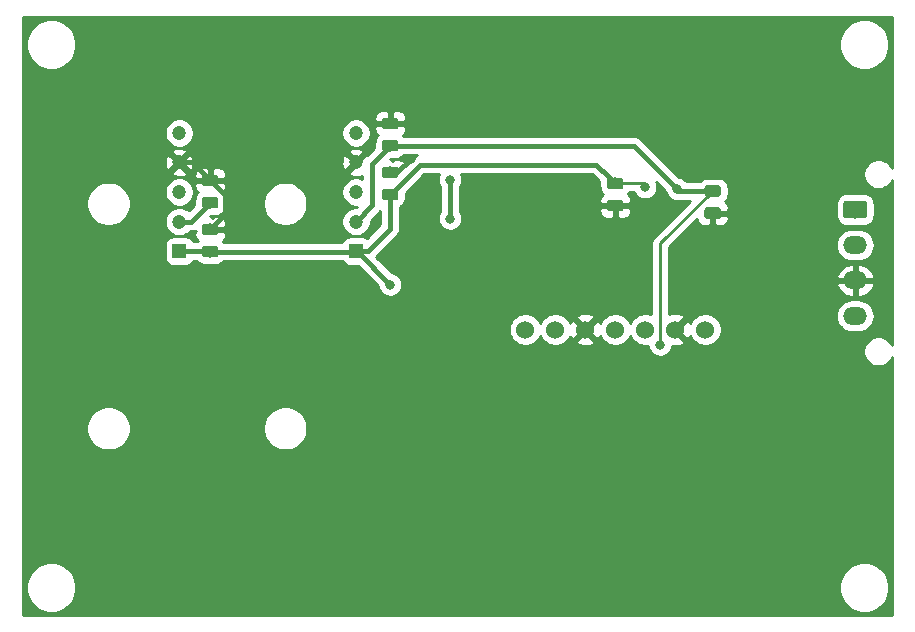
<source format=gbr>
G04 #@! TF.GenerationSoftware,KiCad,Pcbnew,5.1.4-e60b266~84~ubuntu19.04.1*
G04 #@! TF.CreationDate,2019-10-12T12:41:06-05:00*
G04 #@! TF.ProjectId,current sensor board,63757272-656e-4742-9073-656e736f7220,rev?*
G04 #@! TF.SameCoordinates,Original*
G04 #@! TF.FileFunction,Copper,L2,Bot*
G04 #@! TF.FilePolarity,Positive*
%FSLAX46Y46*%
G04 Gerber Fmt 4.6, Leading zero omitted, Abs format (unit mm)*
G04 Created by KiCad (PCBNEW 5.1.4-e60b266~84~ubuntu19.04.1) date 2019-10-12 12:41:06*
%MOMM*%
%LPD*%
G04 APERTURE LIST*
%ADD10C,1.524000*%
%ADD11C,0.100000*%
%ADD12C,0.975000*%
%ADD13O,2.020000X1.500000*%
%ADD14C,1.500000*%
%ADD15C,1.200000*%
%ADD16R,1.200000X1.200000*%
%ADD17C,0.800000*%
%ADD18C,0.381000*%
%ADD19C,0.254000*%
G04 APERTURE END LIST*
D10*
X140970000Y-86360000D03*
X138430000Y-86360000D03*
X135890000Y-86360000D03*
X133350000Y-86360000D03*
X130810000Y-86360000D03*
X128270000Y-86360000D03*
X125730000Y-86360000D03*
D11*
G36*
X99540142Y-73252174D02*
G01*
X99563803Y-73255684D01*
X99587007Y-73261496D01*
X99609529Y-73269554D01*
X99631153Y-73279782D01*
X99651670Y-73292079D01*
X99670883Y-73306329D01*
X99688607Y-73322393D01*
X99704671Y-73340117D01*
X99718921Y-73359330D01*
X99731218Y-73379847D01*
X99741446Y-73401471D01*
X99749504Y-73423993D01*
X99755316Y-73447197D01*
X99758826Y-73470858D01*
X99760000Y-73494750D01*
X99760000Y-73982250D01*
X99758826Y-74006142D01*
X99755316Y-74029803D01*
X99749504Y-74053007D01*
X99741446Y-74075529D01*
X99731218Y-74097153D01*
X99718921Y-74117670D01*
X99704671Y-74136883D01*
X99688607Y-74154607D01*
X99670883Y-74170671D01*
X99651670Y-74184921D01*
X99631153Y-74197218D01*
X99609529Y-74207446D01*
X99587007Y-74215504D01*
X99563803Y-74221316D01*
X99540142Y-74224826D01*
X99516250Y-74226000D01*
X98603750Y-74226000D01*
X98579858Y-74224826D01*
X98556197Y-74221316D01*
X98532993Y-74215504D01*
X98510471Y-74207446D01*
X98488847Y-74197218D01*
X98468330Y-74184921D01*
X98449117Y-74170671D01*
X98431393Y-74154607D01*
X98415329Y-74136883D01*
X98401079Y-74117670D01*
X98388782Y-74097153D01*
X98378554Y-74075529D01*
X98370496Y-74053007D01*
X98364684Y-74029803D01*
X98361174Y-74006142D01*
X98360000Y-73982250D01*
X98360000Y-73494750D01*
X98361174Y-73470858D01*
X98364684Y-73447197D01*
X98370496Y-73423993D01*
X98378554Y-73401471D01*
X98388782Y-73379847D01*
X98401079Y-73359330D01*
X98415329Y-73340117D01*
X98431393Y-73322393D01*
X98449117Y-73306329D01*
X98468330Y-73292079D01*
X98488847Y-73279782D01*
X98510471Y-73269554D01*
X98532993Y-73261496D01*
X98556197Y-73255684D01*
X98579858Y-73252174D01*
X98603750Y-73251000D01*
X99516250Y-73251000D01*
X99540142Y-73252174D01*
X99540142Y-73252174D01*
G37*
D12*
X99060000Y-73738500D03*
D11*
G36*
X99540142Y-75127174D02*
G01*
X99563803Y-75130684D01*
X99587007Y-75136496D01*
X99609529Y-75144554D01*
X99631153Y-75154782D01*
X99651670Y-75167079D01*
X99670883Y-75181329D01*
X99688607Y-75197393D01*
X99704671Y-75215117D01*
X99718921Y-75234330D01*
X99731218Y-75254847D01*
X99741446Y-75276471D01*
X99749504Y-75298993D01*
X99755316Y-75322197D01*
X99758826Y-75345858D01*
X99760000Y-75369750D01*
X99760000Y-75857250D01*
X99758826Y-75881142D01*
X99755316Y-75904803D01*
X99749504Y-75928007D01*
X99741446Y-75950529D01*
X99731218Y-75972153D01*
X99718921Y-75992670D01*
X99704671Y-76011883D01*
X99688607Y-76029607D01*
X99670883Y-76045671D01*
X99651670Y-76059921D01*
X99631153Y-76072218D01*
X99609529Y-76082446D01*
X99587007Y-76090504D01*
X99563803Y-76096316D01*
X99540142Y-76099826D01*
X99516250Y-76101000D01*
X98603750Y-76101000D01*
X98579858Y-76099826D01*
X98556197Y-76096316D01*
X98532993Y-76090504D01*
X98510471Y-76082446D01*
X98488847Y-76072218D01*
X98468330Y-76059921D01*
X98449117Y-76045671D01*
X98431393Y-76029607D01*
X98415329Y-76011883D01*
X98401079Y-75992670D01*
X98388782Y-75972153D01*
X98378554Y-75950529D01*
X98370496Y-75928007D01*
X98364684Y-75904803D01*
X98361174Y-75881142D01*
X98360000Y-75857250D01*
X98360000Y-75369750D01*
X98361174Y-75345858D01*
X98364684Y-75322197D01*
X98370496Y-75298993D01*
X98378554Y-75276471D01*
X98388782Y-75254847D01*
X98401079Y-75234330D01*
X98415329Y-75215117D01*
X98431393Y-75197393D01*
X98449117Y-75181329D01*
X98468330Y-75167079D01*
X98488847Y-75154782D01*
X98510471Y-75144554D01*
X98532993Y-75136496D01*
X98556197Y-75130684D01*
X98579858Y-75127174D01*
X98603750Y-75126000D01*
X99516250Y-75126000D01*
X99540142Y-75127174D01*
X99540142Y-75127174D01*
G37*
D12*
X99060000Y-75613500D03*
D11*
G36*
X114780142Y-70301174D02*
G01*
X114803803Y-70304684D01*
X114827007Y-70310496D01*
X114849529Y-70318554D01*
X114871153Y-70328782D01*
X114891670Y-70341079D01*
X114910883Y-70355329D01*
X114928607Y-70371393D01*
X114944671Y-70389117D01*
X114958921Y-70408330D01*
X114971218Y-70428847D01*
X114981446Y-70450471D01*
X114989504Y-70472993D01*
X114995316Y-70496197D01*
X114998826Y-70519858D01*
X115000000Y-70543750D01*
X115000000Y-71031250D01*
X114998826Y-71055142D01*
X114995316Y-71078803D01*
X114989504Y-71102007D01*
X114981446Y-71124529D01*
X114971218Y-71146153D01*
X114958921Y-71166670D01*
X114944671Y-71185883D01*
X114928607Y-71203607D01*
X114910883Y-71219671D01*
X114891670Y-71233921D01*
X114871153Y-71246218D01*
X114849529Y-71256446D01*
X114827007Y-71264504D01*
X114803803Y-71270316D01*
X114780142Y-71273826D01*
X114756250Y-71275000D01*
X113843750Y-71275000D01*
X113819858Y-71273826D01*
X113796197Y-71270316D01*
X113772993Y-71264504D01*
X113750471Y-71256446D01*
X113728847Y-71246218D01*
X113708330Y-71233921D01*
X113689117Y-71219671D01*
X113671393Y-71203607D01*
X113655329Y-71185883D01*
X113641079Y-71166670D01*
X113628782Y-71146153D01*
X113618554Y-71124529D01*
X113610496Y-71102007D01*
X113604684Y-71078803D01*
X113601174Y-71055142D01*
X113600000Y-71031250D01*
X113600000Y-70543750D01*
X113601174Y-70519858D01*
X113604684Y-70496197D01*
X113610496Y-70472993D01*
X113618554Y-70450471D01*
X113628782Y-70428847D01*
X113641079Y-70408330D01*
X113655329Y-70389117D01*
X113671393Y-70371393D01*
X113689117Y-70355329D01*
X113708330Y-70341079D01*
X113728847Y-70328782D01*
X113750471Y-70318554D01*
X113772993Y-70310496D01*
X113796197Y-70304684D01*
X113819858Y-70301174D01*
X113843750Y-70300000D01*
X114756250Y-70300000D01*
X114780142Y-70301174D01*
X114780142Y-70301174D01*
G37*
D12*
X114300000Y-70787500D03*
D11*
G36*
X114780142Y-68426174D02*
G01*
X114803803Y-68429684D01*
X114827007Y-68435496D01*
X114849529Y-68443554D01*
X114871153Y-68453782D01*
X114891670Y-68466079D01*
X114910883Y-68480329D01*
X114928607Y-68496393D01*
X114944671Y-68514117D01*
X114958921Y-68533330D01*
X114971218Y-68553847D01*
X114981446Y-68575471D01*
X114989504Y-68597993D01*
X114995316Y-68621197D01*
X114998826Y-68644858D01*
X115000000Y-68668750D01*
X115000000Y-69156250D01*
X114998826Y-69180142D01*
X114995316Y-69203803D01*
X114989504Y-69227007D01*
X114981446Y-69249529D01*
X114971218Y-69271153D01*
X114958921Y-69291670D01*
X114944671Y-69310883D01*
X114928607Y-69328607D01*
X114910883Y-69344671D01*
X114891670Y-69358921D01*
X114871153Y-69371218D01*
X114849529Y-69381446D01*
X114827007Y-69389504D01*
X114803803Y-69395316D01*
X114780142Y-69398826D01*
X114756250Y-69400000D01*
X113843750Y-69400000D01*
X113819858Y-69398826D01*
X113796197Y-69395316D01*
X113772993Y-69389504D01*
X113750471Y-69381446D01*
X113728847Y-69371218D01*
X113708330Y-69358921D01*
X113689117Y-69344671D01*
X113671393Y-69328607D01*
X113655329Y-69310883D01*
X113641079Y-69291670D01*
X113628782Y-69271153D01*
X113618554Y-69249529D01*
X113610496Y-69227007D01*
X113604684Y-69203803D01*
X113601174Y-69180142D01*
X113600000Y-69156250D01*
X113600000Y-68668750D01*
X113601174Y-68644858D01*
X113604684Y-68621197D01*
X113610496Y-68597993D01*
X113618554Y-68575471D01*
X113628782Y-68553847D01*
X113641079Y-68533330D01*
X113655329Y-68514117D01*
X113671393Y-68496393D01*
X113689117Y-68480329D01*
X113708330Y-68466079D01*
X113728847Y-68453782D01*
X113750471Y-68443554D01*
X113772993Y-68435496D01*
X113796197Y-68429684D01*
X113819858Y-68426174D01*
X113843750Y-68425000D01*
X114756250Y-68425000D01*
X114780142Y-68426174D01*
X114780142Y-68426174D01*
G37*
D12*
X114300000Y-68912500D03*
D11*
G36*
X99540142Y-79269674D02*
G01*
X99563803Y-79273184D01*
X99587007Y-79278996D01*
X99609529Y-79287054D01*
X99631153Y-79297282D01*
X99651670Y-79309579D01*
X99670883Y-79323829D01*
X99688607Y-79339893D01*
X99704671Y-79357617D01*
X99718921Y-79376830D01*
X99731218Y-79397347D01*
X99741446Y-79418971D01*
X99749504Y-79441493D01*
X99755316Y-79464697D01*
X99758826Y-79488358D01*
X99760000Y-79512250D01*
X99760000Y-79999750D01*
X99758826Y-80023642D01*
X99755316Y-80047303D01*
X99749504Y-80070507D01*
X99741446Y-80093029D01*
X99731218Y-80114653D01*
X99718921Y-80135170D01*
X99704671Y-80154383D01*
X99688607Y-80172107D01*
X99670883Y-80188171D01*
X99651670Y-80202421D01*
X99631153Y-80214718D01*
X99609529Y-80224946D01*
X99587007Y-80233004D01*
X99563803Y-80238816D01*
X99540142Y-80242326D01*
X99516250Y-80243500D01*
X98603750Y-80243500D01*
X98579858Y-80242326D01*
X98556197Y-80238816D01*
X98532993Y-80233004D01*
X98510471Y-80224946D01*
X98488847Y-80214718D01*
X98468330Y-80202421D01*
X98449117Y-80188171D01*
X98431393Y-80172107D01*
X98415329Y-80154383D01*
X98401079Y-80135170D01*
X98388782Y-80114653D01*
X98378554Y-80093029D01*
X98370496Y-80070507D01*
X98364684Y-80047303D01*
X98361174Y-80023642D01*
X98360000Y-79999750D01*
X98360000Y-79512250D01*
X98361174Y-79488358D01*
X98364684Y-79464697D01*
X98370496Y-79441493D01*
X98378554Y-79418971D01*
X98388782Y-79397347D01*
X98401079Y-79376830D01*
X98415329Y-79357617D01*
X98431393Y-79339893D01*
X98449117Y-79323829D01*
X98468330Y-79309579D01*
X98488847Y-79297282D01*
X98510471Y-79287054D01*
X98532993Y-79278996D01*
X98556197Y-79273184D01*
X98579858Y-79269674D01*
X98603750Y-79268500D01*
X99516250Y-79268500D01*
X99540142Y-79269674D01*
X99540142Y-79269674D01*
G37*
D12*
X99060000Y-79756000D03*
D11*
G36*
X99540142Y-77394674D02*
G01*
X99563803Y-77398184D01*
X99587007Y-77403996D01*
X99609529Y-77412054D01*
X99631153Y-77422282D01*
X99651670Y-77434579D01*
X99670883Y-77448829D01*
X99688607Y-77464893D01*
X99704671Y-77482617D01*
X99718921Y-77501830D01*
X99731218Y-77522347D01*
X99741446Y-77543971D01*
X99749504Y-77566493D01*
X99755316Y-77589697D01*
X99758826Y-77613358D01*
X99760000Y-77637250D01*
X99760000Y-78124750D01*
X99758826Y-78148642D01*
X99755316Y-78172303D01*
X99749504Y-78195507D01*
X99741446Y-78218029D01*
X99731218Y-78239653D01*
X99718921Y-78260170D01*
X99704671Y-78279383D01*
X99688607Y-78297107D01*
X99670883Y-78313171D01*
X99651670Y-78327421D01*
X99631153Y-78339718D01*
X99609529Y-78349946D01*
X99587007Y-78358004D01*
X99563803Y-78363816D01*
X99540142Y-78367326D01*
X99516250Y-78368500D01*
X98603750Y-78368500D01*
X98579858Y-78367326D01*
X98556197Y-78363816D01*
X98532993Y-78358004D01*
X98510471Y-78349946D01*
X98488847Y-78339718D01*
X98468330Y-78327421D01*
X98449117Y-78313171D01*
X98431393Y-78297107D01*
X98415329Y-78279383D01*
X98401079Y-78260170D01*
X98388782Y-78239653D01*
X98378554Y-78218029D01*
X98370496Y-78195507D01*
X98364684Y-78172303D01*
X98361174Y-78148642D01*
X98360000Y-78124750D01*
X98360000Y-77637250D01*
X98361174Y-77613358D01*
X98364684Y-77589697D01*
X98370496Y-77566493D01*
X98378554Y-77543971D01*
X98388782Y-77522347D01*
X98401079Y-77501830D01*
X98415329Y-77482617D01*
X98431393Y-77464893D01*
X98449117Y-77448829D01*
X98468330Y-77434579D01*
X98488847Y-77422282D01*
X98510471Y-77412054D01*
X98532993Y-77403996D01*
X98556197Y-77398184D01*
X98579858Y-77394674D01*
X98603750Y-77393500D01*
X99516250Y-77393500D01*
X99540142Y-77394674D01*
X99540142Y-77394674D01*
G37*
D12*
X99060000Y-77881000D03*
D11*
G36*
X114780142Y-72568674D02*
G01*
X114803803Y-72572184D01*
X114827007Y-72577996D01*
X114849529Y-72586054D01*
X114871153Y-72596282D01*
X114891670Y-72608579D01*
X114910883Y-72622829D01*
X114928607Y-72638893D01*
X114944671Y-72656617D01*
X114958921Y-72675830D01*
X114971218Y-72696347D01*
X114981446Y-72717971D01*
X114989504Y-72740493D01*
X114995316Y-72763697D01*
X114998826Y-72787358D01*
X115000000Y-72811250D01*
X115000000Y-73298750D01*
X114998826Y-73322642D01*
X114995316Y-73346303D01*
X114989504Y-73369507D01*
X114981446Y-73392029D01*
X114971218Y-73413653D01*
X114958921Y-73434170D01*
X114944671Y-73453383D01*
X114928607Y-73471107D01*
X114910883Y-73487171D01*
X114891670Y-73501421D01*
X114871153Y-73513718D01*
X114849529Y-73523946D01*
X114827007Y-73532004D01*
X114803803Y-73537816D01*
X114780142Y-73541326D01*
X114756250Y-73542500D01*
X113843750Y-73542500D01*
X113819858Y-73541326D01*
X113796197Y-73537816D01*
X113772993Y-73532004D01*
X113750471Y-73523946D01*
X113728847Y-73513718D01*
X113708330Y-73501421D01*
X113689117Y-73487171D01*
X113671393Y-73471107D01*
X113655329Y-73453383D01*
X113641079Y-73434170D01*
X113628782Y-73413653D01*
X113618554Y-73392029D01*
X113610496Y-73369507D01*
X113604684Y-73346303D01*
X113601174Y-73322642D01*
X113600000Y-73298750D01*
X113600000Y-72811250D01*
X113601174Y-72787358D01*
X113604684Y-72763697D01*
X113610496Y-72740493D01*
X113618554Y-72717971D01*
X113628782Y-72696347D01*
X113641079Y-72675830D01*
X113655329Y-72656617D01*
X113671393Y-72638893D01*
X113689117Y-72622829D01*
X113708330Y-72608579D01*
X113728847Y-72596282D01*
X113750471Y-72586054D01*
X113772993Y-72577996D01*
X113796197Y-72572184D01*
X113819858Y-72568674D01*
X113843750Y-72567500D01*
X114756250Y-72567500D01*
X114780142Y-72568674D01*
X114780142Y-72568674D01*
G37*
D12*
X114300000Y-73055000D03*
D11*
G36*
X114780142Y-74443674D02*
G01*
X114803803Y-74447184D01*
X114827007Y-74452996D01*
X114849529Y-74461054D01*
X114871153Y-74471282D01*
X114891670Y-74483579D01*
X114910883Y-74497829D01*
X114928607Y-74513893D01*
X114944671Y-74531617D01*
X114958921Y-74550830D01*
X114971218Y-74571347D01*
X114981446Y-74592971D01*
X114989504Y-74615493D01*
X114995316Y-74638697D01*
X114998826Y-74662358D01*
X115000000Y-74686250D01*
X115000000Y-75173750D01*
X114998826Y-75197642D01*
X114995316Y-75221303D01*
X114989504Y-75244507D01*
X114981446Y-75267029D01*
X114971218Y-75288653D01*
X114958921Y-75309170D01*
X114944671Y-75328383D01*
X114928607Y-75346107D01*
X114910883Y-75362171D01*
X114891670Y-75376421D01*
X114871153Y-75388718D01*
X114849529Y-75398946D01*
X114827007Y-75407004D01*
X114803803Y-75412816D01*
X114780142Y-75416326D01*
X114756250Y-75417500D01*
X113843750Y-75417500D01*
X113819858Y-75416326D01*
X113796197Y-75412816D01*
X113772993Y-75407004D01*
X113750471Y-75398946D01*
X113728847Y-75388718D01*
X113708330Y-75376421D01*
X113689117Y-75362171D01*
X113671393Y-75346107D01*
X113655329Y-75328383D01*
X113641079Y-75309170D01*
X113628782Y-75288653D01*
X113618554Y-75267029D01*
X113610496Y-75244507D01*
X113604684Y-75221303D01*
X113601174Y-75197642D01*
X113600000Y-75173750D01*
X113600000Y-74686250D01*
X113601174Y-74662358D01*
X113604684Y-74638697D01*
X113610496Y-74615493D01*
X113618554Y-74592971D01*
X113628782Y-74571347D01*
X113641079Y-74550830D01*
X113655329Y-74531617D01*
X113671393Y-74513893D01*
X113689117Y-74497829D01*
X113708330Y-74483579D01*
X113728847Y-74471282D01*
X113750471Y-74461054D01*
X113772993Y-74452996D01*
X113796197Y-74447184D01*
X113819858Y-74443674D01*
X113843750Y-74442500D01*
X114756250Y-74442500D01*
X114780142Y-74443674D01*
X114780142Y-74443674D01*
G37*
D12*
X114300000Y-74930000D03*
D11*
G36*
X142085142Y-74141174D02*
G01*
X142108803Y-74144684D01*
X142132007Y-74150496D01*
X142154529Y-74158554D01*
X142176153Y-74168782D01*
X142196670Y-74181079D01*
X142215883Y-74195329D01*
X142233607Y-74211393D01*
X142249671Y-74229117D01*
X142263921Y-74248330D01*
X142276218Y-74268847D01*
X142286446Y-74290471D01*
X142294504Y-74312993D01*
X142300316Y-74336197D01*
X142303826Y-74359858D01*
X142305000Y-74383750D01*
X142305000Y-74871250D01*
X142303826Y-74895142D01*
X142300316Y-74918803D01*
X142294504Y-74942007D01*
X142286446Y-74964529D01*
X142276218Y-74986153D01*
X142263921Y-75006670D01*
X142249671Y-75025883D01*
X142233607Y-75043607D01*
X142215883Y-75059671D01*
X142196670Y-75073921D01*
X142176153Y-75086218D01*
X142154529Y-75096446D01*
X142132007Y-75104504D01*
X142108803Y-75110316D01*
X142085142Y-75113826D01*
X142061250Y-75115000D01*
X141148750Y-75115000D01*
X141124858Y-75113826D01*
X141101197Y-75110316D01*
X141077993Y-75104504D01*
X141055471Y-75096446D01*
X141033847Y-75086218D01*
X141013330Y-75073921D01*
X140994117Y-75059671D01*
X140976393Y-75043607D01*
X140960329Y-75025883D01*
X140946079Y-75006670D01*
X140933782Y-74986153D01*
X140923554Y-74964529D01*
X140915496Y-74942007D01*
X140909684Y-74918803D01*
X140906174Y-74895142D01*
X140905000Y-74871250D01*
X140905000Y-74383750D01*
X140906174Y-74359858D01*
X140909684Y-74336197D01*
X140915496Y-74312993D01*
X140923554Y-74290471D01*
X140933782Y-74268847D01*
X140946079Y-74248330D01*
X140960329Y-74229117D01*
X140976393Y-74211393D01*
X140994117Y-74195329D01*
X141013330Y-74181079D01*
X141033847Y-74168782D01*
X141055471Y-74158554D01*
X141077993Y-74150496D01*
X141101197Y-74144684D01*
X141124858Y-74141174D01*
X141148750Y-74140000D01*
X142061250Y-74140000D01*
X142085142Y-74141174D01*
X142085142Y-74141174D01*
G37*
D12*
X141605000Y-74627500D03*
D11*
G36*
X142085142Y-76016174D02*
G01*
X142108803Y-76019684D01*
X142132007Y-76025496D01*
X142154529Y-76033554D01*
X142176153Y-76043782D01*
X142196670Y-76056079D01*
X142215883Y-76070329D01*
X142233607Y-76086393D01*
X142249671Y-76104117D01*
X142263921Y-76123330D01*
X142276218Y-76143847D01*
X142286446Y-76165471D01*
X142294504Y-76187993D01*
X142300316Y-76211197D01*
X142303826Y-76234858D01*
X142305000Y-76258750D01*
X142305000Y-76746250D01*
X142303826Y-76770142D01*
X142300316Y-76793803D01*
X142294504Y-76817007D01*
X142286446Y-76839529D01*
X142276218Y-76861153D01*
X142263921Y-76881670D01*
X142249671Y-76900883D01*
X142233607Y-76918607D01*
X142215883Y-76934671D01*
X142196670Y-76948921D01*
X142176153Y-76961218D01*
X142154529Y-76971446D01*
X142132007Y-76979504D01*
X142108803Y-76985316D01*
X142085142Y-76988826D01*
X142061250Y-76990000D01*
X141148750Y-76990000D01*
X141124858Y-76988826D01*
X141101197Y-76985316D01*
X141077993Y-76979504D01*
X141055471Y-76971446D01*
X141033847Y-76961218D01*
X141013330Y-76948921D01*
X140994117Y-76934671D01*
X140976393Y-76918607D01*
X140960329Y-76900883D01*
X140946079Y-76881670D01*
X140933782Y-76861153D01*
X140923554Y-76839529D01*
X140915496Y-76817007D01*
X140909684Y-76793803D01*
X140906174Y-76770142D01*
X140905000Y-76746250D01*
X140905000Y-76258750D01*
X140906174Y-76234858D01*
X140909684Y-76211197D01*
X140915496Y-76187993D01*
X140923554Y-76165471D01*
X140933782Y-76143847D01*
X140946079Y-76123330D01*
X140960329Y-76104117D01*
X140976393Y-76086393D01*
X140994117Y-76070329D01*
X141013330Y-76056079D01*
X141033847Y-76043782D01*
X141055471Y-76033554D01*
X141077993Y-76025496D01*
X141101197Y-76019684D01*
X141124858Y-76016174D01*
X141148750Y-76015000D01*
X142061250Y-76015000D01*
X142085142Y-76016174D01*
X142085142Y-76016174D01*
G37*
D12*
X141605000Y-76502500D03*
D11*
G36*
X133830142Y-75381174D02*
G01*
X133853803Y-75384684D01*
X133877007Y-75390496D01*
X133899529Y-75398554D01*
X133921153Y-75408782D01*
X133941670Y-75421079D01*
X133960883Y-75435329D01*
X133978607Y-75451393D01*
X133994671Y-75469117D01*
X134008921Y-75488330D01*
X134021218Y-75508847D01*
X134031446Y-75530471D01*
X134039504Y-75552993D01*
X134045316Y-75576197D01*
X134048826Y-75599858D01*
X134050000Y-75623750D01*
X134050000Y-76111250D01*
X134048826Y-76135142D01*
X134045316Y-76158803D01*
X134039504Y-76182007D01*
X134031446Y-76204529D01*
X134021218Y-76226153D01*
X134008921Y-76246670D01*
X133994671Y-76265883D01*
X133978607Y-76283607D01*
X133960883Y-76299671D01*
X133941670Y-76313921D01*
X133921153Y-76326218D01*
X133899529Y-76336446D01*
X133877007Y-76344504D01*
X133853803Y-76350316D01*
X133830142Y-76353826D01*
X133806250Y-76355000D01*
X132893750Y-76355000D01*
X132869858Y-76353826D01*
X132846197Y-76350316D01*
X132822993Y-76344504D01*
X132800471Y-76336446D01*
X132778847Y-76326218D01*
X132758330Y-76313921D01*
X132739117Y-76299671D01*
X132721393Y-76283607D01*
X132705329Y-76265883D01*
X132691079Y-76246670D01*
X132678782Y-76226153D01*
X132668554Y-76204529D01*
X132660496Y-76182007D01*
X132654684Y-76158803D01*
X132651174Y-76135142D01*
X132650000Y-76111250D01*
X132650000Y-75623750D01*
X132651174Y-75599858D01*
X132654684Y-75576197D01*
X132660496Y-75552993D01*
X132668554Y-75530471D01*
X132678782Y-75508847D01*
X132691079Y-75488330D01*
X132705329Y-75469117D01*
X132721393Y-75451393D01*
X132739117Y-75435329D01*
X132758330Y-75421079D01*
X132778847Y-75408782D01*
X132800471Y-75398554D01*
X132822993Y-75390496D01*
X132846197Y-75384684D01*
X132869858Y-75381174D01*
X132893750Y-75380000D01*
X133806250Y-75380000D01*
X133830142Y-75381174D01*
X133830142Y-75381174D01*
G37*
D12*
X133350000Y-75867500D03*
D11*
G36*
X133830142Y-73506174D02*
G01*
X133853803Y-73509684D01*
X133877007Y-73515496D01*
X133899529Y-73523554D01*
X133921153Y-73533782D01*
X133941670Y-73546079D01*
X133960883Y-73560329D01*
X133978607Y-73576393D01*
X133994671Y-73594117D01*
X134008921Y-73613330D01*
X134021218Y-73633847D01*
X134031446Y-73655471D01*
X134039504Y-73677993D01*
X134045316Y-73701197D01*
X134048826Y-73724858D01*
X134050000Y-73748750D01*
X134050000Y-74236250D01*
X134048826Y-74260142D01*
X134045316Y-74283803D01*
X134039504Y-74307007D01*
X134031446Y-74329529D01*
X134021218Y-74351153D01*
X134008921Y-74371670D01*
X133994671Y-74390883D01*
X133978607Y-74408607D01*
X133960883Y-74424671D01*
X133941670Y-74438921D01*
X133921153Y-74451218D01*
X133899529Y-74461446D01*
X133877007Y-74469504D01*
X133853803Y-74475316D01*
X133830142Y-74478826D01*
X133806250Y-74480000D01*
X132893750Y-74480000D01*
X132869858Y-74478826D01*
X132846197Y-74475316D01*
X132822993Y-74469504D01*
X132800471Y-74461446D01*
X132778847Y-74451218D01*
X132758330Y-74438921D01*
X132739117Y-74424671D01*
X132721393Y-74408607D01*
X132705329Y-74390883D01*
X132691079Y-74371670D01*
X132678782Y-74351153D01*
X132668554Y-74329529D01*
X132660496Y-74307007D01*
X132654684Y-74283803D01*
X132651174Y-74260142D01*
X132650000Y-74236250D01*
X132650000Y-73748750D01*
X132651174Y-73724858D01*
X132654684Y-73701197D01*
X132660496Y-73677993D01*
X132668554Y-73655471D01*
X132678782Y-73633847D01*
X132691079Y-73613330D01*
X132705329Y-73594117D01*
X132721393Y-73576393D01*
X132739117Y-73560329D01*
X132758330Y-73546079D01*
X132778847Y-73533782D01*
X132800471Y-73523554D01*
X132822993Y-73515496D01*
X132846197Y-73509684D01*
X132869858Y-73506174D01*
X132893750Y-73505000D01*
X133806250Y-73505000D01*
X133830142Y-73506174D01*
X133830142Y-73506174D01*
G37*
D12*
X133350000Y-73992500D03*
D13*
X153670000Y-85200000D03*
X153670000Y-82200000D03*
X153670000Y-79200000D03*
D11*
G36*
X154454504Y-75451204D02*
G01*
X154478773Y-75454804D01*
X154502571Y-75460765D01*
X154525671Y-75469030D01*
X154547849Y-75479520D01*
X154568893Y-75492133D01*
X154588598Y-75506747D01*
X154606777Y-75523223D01*
X154623253Y-75541402D01*
X154637867Y-75561107D01*
X154650480Y-75582151D01*
X154660970Y-75604329D01*
X154669235Y-75627429D01*
X154675196Y-75651227D01*
X154678796Y-75675496D01*
X154680000Y-75700000D01*
X154680000Y-76700000D01*
X154678796Y-76724504D01*
X154675196Y-76748773D01*
X154669235Y-76772571D01*
X154660970Y-76795671D01*
X154650480Y-76817849D01*
X154637867Y-76838893D01*
X154623253Y-76858598D01*
X154606777Y-76876777D01*
X154588598Y-76893253D01*
X154568893Y-76907867D01*
X154547849Y-76920480D01*
X154525671Y-76930970D01*
X154502571Y-76939235D01*
X154478773Y-76945196D01*
X154454504Y-76948796D01*
X154430000Y-76950000D01*
X152910000Y-76950000D01*
X152885496Y-76948796D01*
X152861227Y-76945196D01*
X152837429Y-76939235D01*
X152814329Y-76930970D01*
X152792151Y-76920480D01*
X152771107Y-76907867D01*
X152751402Y-76893253D01*
X152733223Y-76876777D01*
X152716747Y-76858598D01*
X152702133Y-76838893D01*
X152689520Y-76817849D01*
X152679030Y-76795671D01*
X152670765Y-76772571D01*
X152664804Y-76748773D01*
X152661204Y-76724504D01*
X152660000Y-76700000D01*
X152660000Y-75700000D01*
X152661204Y-75675496D01*
X152664804Y-75651227D01*
X152670765Y-75627429D01*
X152679030Y-75604329D01*
X152689520Y-75582151D01*
X152702133Y-75561107D01*
X152716747Y-75541402D01*
X152733223Y-75523223D01*
X152751402Y-75506747D01*
X152771107Y-75492133D01*
X152792151Y-75479520D01*
X152814329Y-75469030D01*
X152837429Y-75460765D01*
X152861227Y-75454804D01*
X152885496Y-75451204D01*
X152910000Y-75450000D01*
X154430000Y-75450000D01*
X154454504Y-75451204D01*
X154454504Y-75451204D01*
G37*
D14*
X153670000Y-76200000D03*
D15*
X111410000Y-69716000D03*
X111410000Y-72216000D03*
X111410000Y-74716000D03*
X111410000Y-77216000D03*
D16*
X111410000Y-79716000D03*
X96440000Y-79716000D03*
D15*
X96440000Y-77216000D03*
X96440000Y-74716000D03*
X96440000Y-72216000D03*
X96440000Y-69716000D03*
D17*
X129540000Y-74930000D03*
X137160000Y-76200000D03*
X116078000Y-71882000D03*
X117856000Y-73660000D03*
X119380000Y-73660000D03*
X119380000Y-76962000D03*
X135890000Y-74295000D03*
X114300000Y-82550000D03*
X138618571Y-74478467D03*
X137160000Y-87630000D03*
D18*
X97537500Y-72216000D02*
X99060000Y-73738500D01*
X96440000Y-72216000D02*
X97537500Y-72216000D01*
X99616237Y-74294737D02*
X99060000Y-73738500D01*
X100330000Y-75008500D02*
X99616237Y-74294737D01*
X100330000Y-76611000D02*
X100330000Y-75008500D01*
X99060000Y-77881000D02*
X100330000Y-76611000D01*
X114300000Y-73055000D02*
X114905000Y-73055000D01*
X114905000Y-73055000D02*
X116078000Y-71882000D01*
X119380000Y-73660000D02*
X119380000Y-76962000D01*
X111370000Y-79756000D02*
X111410000Y-79716000D01*
X99060000Y-79756000D02*
X111370000Y-79756000D01*
X99020000Y-79716000D02*
X99060000Y-79756000D01*
X96440000Y-79716000D02*
X99020000Y-79716000D01*
D19*
X133350000Y-73992500D02*
X135587500Y-73992500D01*
X135587500Y-73992500D02*
X135890000Y-74295000D01*
D18*
X132793763Y-73436263D02*
X133350000Y-73992500D01*
X131747500Y-72390000D02*
X132793763Y-73436263D01*
X116840000Y-72390000D02*
X131747500Y-72390000D01*
X114300000Y-74930000D02*
X116840000Y-72390000D01*
X112391000Y-79716000D02*
X111410000Y-79716000D01*
X114300000Y-77807000D02*
X112391000Y-79716000D01*
X114300000Y-74930000D02*
X114300000Y-77807000D01*
X111466000Y-79716000D02*
X111410000Y-79716000D01*
X114300000Y-82550000D02*
X111466000Y-79716000D01*
X97457500Y-77216000D02*
X99060000Y-75613500D01*
X96440000Y-77216000D02*
X97457500Y-77216000D01*
X141605000Y-74627500D02*
X138767604Y-74627500D01*
X138767604Y-74627500D02*
X138618571Y-74478467D01*
X134927604Y-70787500D02*
X114300000Y-70787500D01*
X138618571Y-74478467D02*
X134927604Y-70787500D01*
D19*
X141605000Y-74627500D02*
X137160000Y-79072500D01*
X137160000Y-79072500D02*
X137160000Y-87630000D01*
D18*
X113743763Y-71343737D02*
X114300000Y-70787500D01*
X112776000Y-72311500D02*
X113743763Y-71343737D01*
X112776000Y-75850000D02*
X112776000Y-72311500D01*
X111410000Y-77216000D02*
X112776000Y-75850000D01*
D19*
G36*
X156795000Y-72693890D02*
G01*
X156755459Y-72598429D01*
X156616473Y-72390422D01*
X156439578Y-72213527D01*
X156231571Y-72074541D01*
X156000445Y-71978805D01*
X155755084Y-71930000D01*
X155504916Y-71930000D01*
X155259555Y-71978805D01*
X155028429Y-72074541D01*
X154820422Y-72213527D01*
X154643527Y-72390422D01*
X154504541Y-72598429D01*
X154408805Y-72829555D01*
X154360000Y-73074916D01*
X154360000Y-73325084D01*
X154408805Y-73570445D01*
X154504541Y-73801571D01*
X154643527Y-74009578D01*
X154820422Y-74186473D01*
X155028429Y-74325459D01*
X155259555Y-74421195D01*
X155504916Y-74470000D01*
X155755084Y-74470000D01*
X156000445Y-74421195D01*
X156231571Y-74325459D01*
X156439578Y-74186473D01*
X156616473Y-74009578D01*
X156755459Y-73801571D01*
X156795000Y-73706110D01*
X156795001Y-87693890D01*
X156755459Y-87598429D01*
X156616473Y-87390422D01*
X156439578Y-87213527D01*
X156231571Y-87074541D01*
X156000445Y-86978805D01*
X155755084Y-86930000D01*
X155504916Y-86930000D01*
X155259555Y-86978805D01*
X155028429Y-87074541D01*
X154820422Y-87213527D01*
X154643527Y-87390422D01*
X154504541Y-87598429D01*
X154408805Y-87829555D01*
X154360000Y-88074916D01*
X154360000Y-88325084D01*
X154408805Y-88570445D01*
X154504541Y-88801571D01*
X154643527Y-89009578D01*
X154820422Y-89186473D01*
X155028429Y-89325459D01*
X155259555Y-89421195D01*
X155504916Y-89470000D01*
X155755084Y-89470000D01*
X156000445Y-89421195D01*
X156231571Y-89325459D01*
X156439578Y-89186473D01*
X156616473Y-89009578D01*
X156755459Y-88801571D01*
X156795001Y-88706110D01*
X156795001Y-110456343D01*
X156795000Y-110456353D01*
X156795000Y-110567000D01*
X83235000Y-110567000D01*
X83235000Y-107993721D01*
X83463000Y-107993721D01*
X83463000Y-108414279D01*
X83545047Y-108826756D01*
X83705988Y-109215302D01*
X83939637Y-109564983D01*
X84237017Y-109862363D01*
X84586698Y-110096012D01*
X84975244Y-110256953D01*
X85387721Y-110339000D01*
X85808279Y-110339000D01*
X86220756Y-110256953D01*
X86609302Y-110096012D01*
X86958983Y-109862363D01*
X87256363Y-109564983D01*
X87490012Y-109215302D01*
X87650953Y-108826756D01*
X87733000Y-108414279D01*
X87733000Y-107993721D01*
X152297000Y-107993721D01*
X152297000Y-108414279D01*
X152379047Y-108826756D01*
X152539988Y-109215302D01*
X152773637Y-109564983D01*
X153071017Y-109862363D01*
X153420698Y-110096012D01*
X153809244Y-110256953D01*
X154221721Y-110339000D01*
X154642279Y-110339000D01*
X155054756Y-110256953D01*
X155443302Y-110096012D01*
X155792983Y-109862363D01*
X156090363Y-109564983D01*
X156324012Y-109215302D01*
X156484953Y-108826756D01*
X156567000Y-108414279D01*
X156567000Y-107993721D01*
X156484953Y-107581244D01*
X156324012Y-107192698D01*
X156090363Y-106843017D01*
X155792983Y-106545637D01*
X155443302Y-106311988D01*
X155054756Y-106151047D01*
X154642279Y-106069000D01*
X154221721Y-106069000D01*
X153809244Y-106151047D01*
X153420698Y-106311988D01*
X153071017Y-106545637D01*
X152773637Y-106843017D01*
X152539988Y-107192698D01*
X152379047Y-107581244D01*
X152297000Y-107993721D01*
X87733000Y-107993721D01*
X87650953Y-107581244D01*
X87490012Y-107192698D01*
X87256363Y-106843017D01*
X86958983Y-106545637D01*
X86609302Y-106311988D01*
X86220756Y-106151047D01*
X85808279Y-106069000D01*
X85387721Y-106069000D01*
X84975244Y-106151047D01*
X84586698Y-106311988D01*
X84237017Y-106545637D01*
X83939637Y-106843017D01*
X83705988Y-107192698D01*
X83545047Y-107581244D01*
X83463000Y-107993721D01*
X83235000Y-107993721D01*
X83235000Y-94530344D01*
X88555000Y-94530344D01*
X88555000Y-94901656D01*
X88627439Y-95265834D01*
X88769534Y-95608882D01*
X88975825Y-95917618D01*
X89238382Y-96180175D01*
X89547118Y-96386466D01*
X89890166Y-96528561D01*
X90254344Y-96601000D01*
X90625656Y-96601000D01*
X90989834Y-96528561D01*
X91332882Y-96386466D01*
X91641618Y-96180175D01*
X91904175Y-95917618D01*
X92110466Y-95608882D01*
X92252561Y-95265834D01*
X92325000Y-94901656D01*
X92325000Y-94530344D01*
X103525000Y-94530344D01*
X103525000Y-94901656D01*
X103597439Y-95265834D01*
X103739534Y-95608882D01*
X103945825Y-95917618D01*
X104208382Y-96180175D01*
X104517118Y-96386466D01*
X104860166Y-96528561D01*
X105224344Y-96601000D01*
X105595656Y-96601000D01*
X105959834Y-96528561D01*
X106302882Y-96386466D01*
X106611618Y-96180175D01*
X106874175Y-95917618D01*
X107080466Y-95608882D01*
X107222561Y-95265834D01*
X107295000Y-94901656D01*
X107295000Y-94530344D01*
X107222561Y-94166166D01*
X107080466Y-93823118D01*
X106874175Y-93514382D01*
X106611618Y-93251825D01*
X106302882Y-93045534D01*
X105959834Y-92903439D01*
X105595656Y-92831000D01*
X105224344Y-92831000D01*
X104860166Y-92903439D01*
X104517118Y-93045534D01*
X104208382Y-93251825D01*
X103945825Y-93514382D01*
X103739534Y-93823118D01*
X103597439Y-94166166D01*
X103525000Y-94530344D01*
X92325000Y-94530344D01*
X92252561Y-94166166D01*
X92110466Y-93823118D01*
X91904175Y-93514382D01*
X91641618Y-93251825D01*
X91332882Y-93045534D01*
X90989834Y-92903439D01*
X90625656Y-92831000D01*
X90254344Y-92831000D01*
X89890166Y-92903439D01*
X89547118Y-93045534D01*
X89238382Y-93251825D01*
X88975825Y-93514382D01*
X88769534Y-93823118D01*
X88627439Y-94166166D01*
X88555000Y-94530344D01*
X83235000Y-94530344D01*
X83235000Y-86222408D01*
X124333000Y-86222408D01*
X124333000Y-86497592D01*
X124386686Y-86767490D01*
X124491995Y-87021727D01*
X124644880Y-87250535D01*
X124839465Y-87445120D01*
X125068273Y-87598005D01*
X125322510Y-87703314D01*
X125592408Y-87757000D01*
X125867592Y-87757000D01*
X126137490Y-87703314D01*
X126391727Y-87598005D01*
X126620535Y-87445120D01*
X126815120Y-87250535D01*
X126968005Y-87021727D01*
X127000000Y-86944485D01*
X127031995Y-87021727D01*
X127184880Y-87250535D01*
X127379465Y-87445120D01*
X127608273Y-87598005D01*
X127862510Y-87703314D01*
X128132408Y-87757000D01*
X128407592Y-87757000D01*
X128677490Y-87703314D01*
X128931727Y-87598005D01*
X129160535Y-87445120D01*
X129280090Y-87325565D01*
X130024040Y-87325565D01*
X130091020Y-87565656D01*
X130340048Y-87682756D01*
X130607135Y-87749023D01*
X130882017Y-87761910D01*
X131154133Y-87720922D01*
X131413023Y-87627636D01*
X131528980Y-87565656D01*
X131595960Y-87325565D01*
X130810000Y-86539605D01*
X130024040Y-87325565D01*
X129280090Y-87325565D01*
X129355120Y-87250535D01*
X129508005Y-87021727D01*
X129537692Y-86950057D01*
X129542364Y-86963023D01*
X129604344Y-87078980D01*
X129844435Y-87145960D01*
X130630395Y-86360000D01*
X129844435Y-85574040D01*
X129604344Y-85641020D01*
X129540515Y-85776760D01*
X129508005Y-85698273D01*
X129355120Y-85469465D01*
X129280090Y-85394435D01*
X130024040Y-85394435D01*
X130810000Y-86180395D01*
X131595960Y-85394435D01*
X131528980Y-85154344D01*
X131279952Y-85037244D01*
X131012865Y-84970977D01*
X130737983Y-84958090D01*
X130465867Y-84999078D01*
X130206977Y-85092364D01*
X130091020Y-85154344D01*
X130024040Y-85394435D01*
X129280090Y-85394435D01*
X129160535Y-85274880D01*
X128931727Y-85121995D01*
X128677490Y-85016686D01*
X128407592Y-84963000D01*
X128132408Y-84963000D01*
X127862510Y-85016686D01*
X127608273Y-85121995D01*
X127379465Y-85274880D01*
X127184880Y-85469465D01*
X127031995Y-85698273D01*
X127000000Y-85775515D01*
X126968005Y-85698273D01*
X126815120Y-85469465D01*
X126620535Y-85274880D01*
X126391727Y-85121995D01*
X126137490Y-85016686D01*
X125867592Y-84963000D01*
X125592408Y-84963000D01*
X125322510Y-85016686D01*
X125068273Y-85121995D01*
X124839465Y-85274880D01*
X124644880Y-85469465D01*
X124491995Y-85698273D01*
X124386686Y-85952510D01*
X124333000Y-86222408D01*
X83235000Y-86222408D01*
X83235000Y-79116000D01*
X95201928Y-79116000D01*
X95201928Y-80316000D01*
X95214188Y-80440482D01*
X95250498Y-80560180D01*
X95309463Y-80670494D01*
X95388815Y-80767185D01*
X95485506Y-80846537D01*
X95595820Y-80905502D01*
X95715518Y-80941812D01*
X95840000Y-80954072D01*
X97040000Y-80954072D01*
X97164482Y-80941812D01*
X97284180Y-80905502D01*
X97394494Y-80846537D01*
X97491185Y-80767185D01*
X97570537Y-80670494D01*
X97629502Y-80560180D01*
X97635169Y-80541500D01*
X97913083Y-80541500D01*
X97980208Y-80623292D01*
X98113836Y-80732958D01*
X98266291Y-80814447D01*
X98431715Y-80864628D01*
X98603750Y-80881572D01*
X99516250Y-80881572D01*
X99688285Y-80864628D01*
X99853709Y-80814447D01*
X100006164Y-80732958D01*
X100139792Y-80623292D01*
X100174090Y-80581500D01*
X110231894Y-80581500D01*
X110279463Y-80670494D01*
X110358815Y-80767185D01*
X110455506Y-80846537D01*
X110565820Y-80905502D01*
X110685518Y-80941812D01*
X110810000Y-80954072D01*
X111536640Y-80954072D01*
X113272572Y-82690004D01*
X113304774Y-82851898D01*
X113382795Y-83040256D01*
X113496063Y-83209774D01*
X113640226Y-83353937D01*
X113809744Y-83467205D01*
X113998102Y-83545226D01*
X114198061Y-83585000D01*
X114401939Y-83585000D01*
X114601898Y-83545226D01*
X114790256Y-83467205D01*
X114959774Y-83353937D01*
X115103937Y-83209774D01*
X115217205Y-83040256D01*
X115295226Y-82851898D01*
X115335000Y-82651939D01*
X115335000Y-82448061D01*
X115295226Y-82248102D01*
X115217205Y-82059744D01*
X115103937Y-81890226D01*
X114959774Y-81746063D01*
X114790256Y-81632795D01*
X114601898Y-81554774D01*
X114440004Y-81522572D01*
X113095932Y-80178500D01*
X114855045Y-78419389D01*
X114886541Y-78393541D01*
X114912389Y-78362045D01*
X114912392Y-78362042D01*
X114989699Y-78267843D01*
X115066353Y-78124434D01*
X115091103Y-78042843D01*
X115113556Y-77968826D01*
X115125500Y-77847553D01*
X115125500Y-77847551D01*
X115129494Y-77807000D01*
X115125500Y-77766450D01*
X115125500Y-75971454D01*
X115246164Y-75906958D01*
X115379792Y-75797292D01*
X115489458Y-75663664D01*
X115570947Y-75511209D01*
X115621128Y-75345785D01*
X115638072Y-75173750D01*
X115638072Y-74759360D01*
X117181933Y-73215500D01*
X118443842Y-73215500D01*
X118384774Y-73358102D01*
X118345000Y-73558061D01*
X118345000Y-73761939D01*
X118384774Y-73961898D01*
X118462795Y-74150256D01*
X118554500Y-74287503D01*
X118554501Y-76334496D01*
X118462795Y-76471744D01*
X118384774Y-76660102D01*
X118345000Y-76860061D01*
X118345000Y-77063939D01*
X118384774Y-77263898D01*
X118462795Y-77452256D01*
X118576063Y-77621774D01*
X118720226Y-77765937D01*
X118889744Y-77879205D01*
X119078102Y-77957226D01*
X119278061Y-77997000D01*
X119481939Y-77997000D01*
X119681898Y-77957226D01*
X119870256Y-77879205D01*
X120039774Y-77765937D01*
X120183937Y-77621774D01*
X120297205Y-77452256D01*
X120375226Y-77263898D01*
X120415000Y-77063939D01*
X120415000Y-76860061D01*
X120375226Y-76660102D01*
X120297205Y-76471744D01*
X120219200Y-76355000D01*
X132011928Y-76355000D01*
X132024188Y-76479482D01*
X132060498Y-76599180D01*
X132119463Y-76709494D01*
X132198815Y-76806185D01*
X132295506Y-76885537D01*
X132405820Y-76944502D01*
X132525518Y-76980812D01*
X132650000Y-76993072D01*
X133064250Y-76990000D01*
X133223000Y-76831250D01*
X133223000Y-75994500D01*
X133477000Y-75994500D01*
X133477000Y-76831250D01*
X133635750Y-76990000D01*
X134050000Y-76993072D01*
X134174482Y-76980812D01*
X134294180Y-76944502D01*
X134404494Y-76885537D01*
X134501185Y-76806185D01*
X134580537Y-76709494D01*
X134639502Y-76599180D01*
X134675812Y-76479482D01*
X134688072Y-76355000D01*
X134685000Y-76153250D01*
X134526250Y-75994500D01*
X133477000Y-75994500D01*
X133223000Y-75994500D01*
X132173750Y-75994500D01*
X132015000Y-76153250D01*
X132011928Y-76355000D01*
X120219200Y-76355000D01*
X120205500Y-76334497D01*
X120205500Y-74287503D01*
X120297205Y-74150256D01*
X120375226Y-73961898D01*
X120415000Y-73761939D01*
X120415000Y-73558061D01*
X120375226Y-73358102D01*
X120316158Y-73215500D01*
X131405568Y-73215500D01*
X132011928Y-73821861D01*
X132011928Y-74236250D01*
X132028872Y-74408285D01*
X132079053Y-74573709D01*
X132160542Y-74726164D01*
X132270208Y-74859792D01*
X132276564Y-74865008D01*
X132198815Y-74928815D01*
X132119463Y-75025506D01*
X132060498Y-75135820D01*
X132024188Y-75255518D01*
X132011928Y-75380000D01*
X132015000Y-75581750D01*
X132173750Y-75740500D01*
X133223000Y-75740500D01*
X133223000Y-75720500D01*
X133477000Y-75720500D01*
X133477000Y-75740500D01*
X134526250Y-75740500D01*
X134685000Y-75581750D01*
X134688072Y-75380000D01*
X134675812Y-75255518D01*
X134639502Y-75135820D01*
X134580537Y-75025506D01*
X134501185Y-74928815D01*
X134423436Y-74865008D01*
X134429792Y-74859792D01*
X134516203Y-74754500D01*
X134960055Y-74754500D01*
X134972795Y-74785256D01*
X135086063Y-74954774D01*
X135230226Y-75098937D01*
X135399744Y-75212205D01*
X135588102Y-75290226D01*
X135788061Y-75330000D01*
X135991939Y-75330000D01*
X136191898Y-75290226D01*
X136380256Y-75212205D01*
X136549774Y-75098937D01*
X136693937Y-74954774D01*
X136807205Y-74785256D01*
X136885226Y-74596898D01*
X136925000Y-74396939D01*
X136925000Y-74193061D01*
X136885226Y-73993102D01*
X136828270Y-73855600D01*
X137591143Y-74618473D01*
X137623345Y-74780365D01*
X137701366Y-74968723D01*
X137814634Y-75138241D01*
X137958797Y-75282404D01*
X138128315Y-75395672D01*
X138316673Y-75473693D01*
X138516632Y-75513467D01*
X138720510Y-75513467D01*
X138920469Y-75473693D01*
X138970426Y-75453000D01*
X139701869Y-75453000D01*
X136647654Y-78507216D01*
X136618578Y-78531078D01*
X136573946Y-78585463D01*
X136523355Y-78647108D01*
X136523214Y-78647372D01*
X136452598Y-78779486D01*
X136409026Y-78923123D01*
X136399255Y-79022336D01*
X136394314Y-79072500D01*
X136398000Y-79109923D01*
X136398001Y-85058319D01*
X136297490Y-85016686D01*
X136027592Y-84963000D01*
X135752408Y-84963000D01*
X135482510Y-85016686D01*
X135228273Y-85121995D01*
X134999465Y-85274880D01*
X134804880Y-85469465D01*
X134651995Y-85698273D01*
X134620000Y-85775515D01*
X134588005Y-85698273D01*
X134435120Y-85469465D01*
X134240535Y-85274880D01*
X134011727Y-85121995D01*
X133757490Y-85016686D01*
X133487592Y-84963000D01*
X133212408Y-84963000D01*
X132942510Y-85016686D01*
X132688273Y-85121995D01*
X132459465Y-85274880D01*
X132264880Y-85469465D01*
X132111995Y-85698273D01*
X132082308Y-85769943D01*
X132077636Y-85756977D01*
X132015656Y-85641020D01*
X131775565Y-85574040D01*
X130989605Y-86360000D01*
X131775565Y-87145960D01*
X132015656Y-87078980D01*
X132079485Y-86943240D01*
X132111995Y-87021727D01*
X132264880Y-87250535D01*
X132459465Y-87445120D01*
X132688273Y-87598005D01*
X132942510Y-87703314D01*
X133212408Y-87757000D01*
X133487592Y-87757000D01*
X133757490Y-87703314D01*
X134011727Y-87598005D01*
X134240535Y-87445120D01*
X134435120Y-87250535D01*
X134588005Y-87021727D01*
X134620000Y-86944485D01*
X134651995Y-87021727D01*
X134804880Y-87250535D01*
X134999465Y-87445120D01*
X135228273Y-87598005D01*
X135482510Y-87703314D01*
X135752408Y-87757000D01*
X136027592Y-87757000D01*
X136126088Y-87737408D01*
X136164774Y-87931898D01*
X136242795Y-88120256D01*
X136356063Y-88289774D01*
X136500226Y-88433937D01*
X136669744Y-88547205D01*
X136858102Y-88625226D01*
X137058061Y-88665000D01*
X137261939Y-88665000D01*
X137461898Y-88625226D01*
X137650256Y-88547205D01*
X137819774Y-88433937D01*
X137963937Y-88289774D01*
X138077205Y-88120256D01*
X138155226Y-87931898D01*
X138193273Y-87740621D01*
X138227135Y-87749023D01*
X138502017Y-87761910D01*
X138774133Y-87720922D01*
X139033023Y-87627636D01*
X139148980Y-87565656D01*
X139215960Y-87325565D01*
X138430000Y-86539605D01*
X138415858Y-86553748D01*
X138236253Y-86374143D01*
X138250395Y-86360000D01*
X138609605Y-86360000D01*
X139395565Y-87145960D01*
X139635656Y-87078980D01*
X139699485Y-86943240D01*
X139731995Y-87021727D01*
X139884880Y-87250535D01*
X140079465Y-87445120D01*
X140308273Y-87598005D01*
X140562510Y-87703314D01*
X140832408Y-87757000D01*
X141107592Y-87757000D01*
X141377490Y-87703314D01*
X141631727Y-87598005D01*
X141860535Y-87445120D01*
X142055120Y-87250535D01*
X142208005Y-87021727D01*
X142313314Y-86767490D01*
X142367000Y-86497592D01*
X142367000Y-86222408D01*
X142313314Y-85952510D01*
X142208005Y-85698273D01*
X142055120Y-85469465D01*
X141860535Y-85274880D01*
X141748470Y-85200000D01*
X152018299Y-85200000D01*
X152045040Y-85471507D01*
X152124236Y-85732581D01*
X152252843Y-85973188D01*
X152425919Y-86184081D01*
X152636812Y-86357157D01*
X152877419Y-86485764D01*
X153138493Y-86564960D01*
X153341963Y-86585000D01*
X153998037Y-86585000D01*
X154201507Y-86564960D01*
X154462581Y-86485764D01*
X154703188Y-86357157D01*
X154914081Y-86184081D01*
X155087157Y-85973188D01*
X155215764Y-85732581D01*
X155294960Y-85471507D01*
X155321701Y-85200000D01*
X155294960Y-84928493D01*
X155215764Y-84667419D01*
X155087157Y-84426812D01*
X154914081Y-84215919D01*
X154703188Y-84042843D01*
X154462581Y-83914236D01*
X154201507Y-83835040D01*
X153998037Y-83815000D01*
X153341963Y-83815000D01*
X153138493Y-83835040D01*
X152877419Y-83914236D01*
X152636812Y-84042843D01*
X152425919Y-84215919D01*
X152252843Y-84426812D01*
X152124236Y-84667419D01*
X152045040Y-84928493D01*
X152018299Y-85200000D01*
X141748470Y-85200000D01*
X141631727Y-85121995D01*
X141377490Y-85016686D01*
X141107592Y-84963000D01*
X140832408Y-84963000D01*
X140562510Y-85016686D01*
X140308273Y-85121995D01*
X140079465Y-85274880D01*
X139884880Y-85469465D01*
X139731995Y-85698273D01*
X139702308Y-85769943D01*
X139697636Y-85756977D01*
X139635656Y-85641020D01*
X139395565Y-85574040D01*
X138609605Y-86360000D01*
X138250395Y-86360000D01*
X138236253Y-86345858D01*
X138415858Y-86166253D01*
X138430000Y-86180395D01*
X139215960Y-85394435D01*
X139148980Y-85154344D01*
X138899952Y-85037244D01*
X138632865Y-84970977D01*
X138357983Y-84958090D01*
X138085867Y-84999078D01*
X137922000Y-85058124D01*
X137922000Y-82541185D01*
X152067682Y-82541185D01*
X152081827Y-82612684D01*
X152187858Y-82863868D01*
X152340855Y-83089540D01*
X152534939Y-83281028D01*
X152762651Y-83430972D01*
X153015240Y-83533611D01*
X153283000Y-83585000D01*
X153543000Y-83585000D01*
X153543000Y-82327000D01*
X153797000Y-82327000D01*
X153797000Y-83585000D01*
X154057000Y-83585000D01*
X154324760Y-83533611D01*
X154577349Y-83430972D01*
X154805061Y-83281028D01*
X154999145Y-83089540D01*
X155152142Y-82863868D01*
X155258173Y-82612684D01*
X155272318Y-82541185D01*
X155149656Y-82327000D01*
X153797000Y-82327000D01*
X153543000Y-82327000D01*
X152190344Y-82327000D01*
X152067682Y-82541185D01*
X137922000Y-82541185D01*
X137922000Y-81858815D01*
X152067682Y-81858815D01*
X152190344Y-82073000D01*
X153543000Y-82073000D01*
X153543000Y-80815000D01*
X153797000Y-80815000D01*
X153797000Y-82073000D01*
X155149656Y-82073000D01*
X155272318Y-81858815D01*
X155258173Y-81787316D01*
X155152142Y-81536132D01*
X154999145Y-81310460D01*
X154805061Y-81118972D01*
X154577349Y-80969028D01*
X154324760Y-80866389D01*
X154057000Y-80815000D01*
X153797000Y-80815000D01*
X153543000Y-80815000D01*
X153283000Y-80815000D01*
X153015240Y-80866389D01*
X152762651Y-80969028D01*
X152534939Y-81118972D01*
X152340855Y-81310460D01*
X152187858Y-81536132D01*
X152081827Y-81787316D01*
X152067682Y-81858815D01*
X137922000Y-81858815D01*
X137922000Y-79388130D01*
X138110130Y-79200000D01*
X152018299Y-79200000D01*
X152045040Y-79471507D01*
X152124236Y-79732581D01*
X152252843Y-79973188D01*
X152425919Y-80184081D01*
X152636812Y-80357157D01*
X152877419Y-80485764D01*
X153138493Y-80564960D01*
X153341963Y-80585000D01*
X153998037Y-80585000D01*
X154201507Y-80564960D01*
X154462581Y-80485764D01*
X154703188Y-80357157D01*
X154914081Y-80184081D01*
X155087157Y-79973188D01*
X155215764Y-79732581D01*
X155294960Y-79471507D01*
X155321701Y-79200000D01*
X155294960Y-78928493D01*
X155215764Y-78667419D01*
X155087157Y-78426812D01*
X154914081Y-78215919D01*
X154703188Y-78042843D01*
X154462581Y-77914236D01*
X154201507Y-77835040D01*
X153998037Y-77815000D01*
X153341963Y-77815000D01*
X153138493Y-77835040D01*
X152877419Y-77914236D01*
X152636812Y-78042843D01*
X152425919Y-78215919D01*
X152252843Y-78426812D01*
X152124236Y-78667419D01*
X152045040Y-78928493D01*
X152018299Y-79200000D01*
X138110130Y-79200000D01*
X140271698Y-77038433D01*
X140279188Y-77114482D01*
X140315498Y-77234180D01*
X140374463Y-77344494D01*
X140453815Y-77441185D01*
X140550506Y-77520537D01*
X140660820Y-77579502D01*
X140780518Y-77615812D01*
X140905000Y-77628072D01*
X141319250Y-77625000D01*
X141478000Y-77466250D01*
X141478000Y-76629500D01*
X141732000Y-76629500D01*
X141732000Y-77466250D01*
X141890750Y-77625000D01*
X142305000Y-77628072D01*
X142429482Y-77615812D01*
X142549180Y-77579502D01*
X142659494Y-77520537D01*
X142756185Y-77441185D01*
X142835537Y-77344494D01*
X142894502Y-77234180D01*
X142930812Y-77114482D01*
X142943072Y-76990000D01*
X142940000Y-76788250D01*
X142781250Y-76629500D01*
X141732000Y-76629500D01*
X141478000Y-76629500D01*
X141458000Y-76629500D01*
X141458000Y-76375500D01*
X141478000Y-76375500D01*
X141478000Y-76355500D01*
X141732000Y-76355500D01*
X141732000Y-76375500D01*
X142781250Y-76375500D01*
X142940000Y-76216750D01*
X142943072Y-76015000D01*
X142930812Y-75890518D01*
X142894502Y-75770820D01*
X142856648Y-75700000D01*
X152021928Y-75700000D01*
X152021928Y-76700000D01*
X152038992Y-76873254D01*
X152089528Y-77039850D01*
X152171595Y-77193386D01*
X152282038Y-77327962D01*
X152416614Y-77438405D01*
X152570150Y-77520472D01*
X152736746Y-77571008D01*
X152910000Y-77588072D01*
X154430000Y-77588072D01*
X154603254Y-77571008D01*
X154769850Y-77520472D01*
X154923386Y-77438405D01*
X155057962Y-77327962D01*
X155168405Y-77193386D01*
X155250472Y-77039850D01*
X155301008Y-76873254D01*
X155318072Y-76700000D01*
X155318072Y-75700000D01*
X155301008Y-75526746D01*
X155250472Y-75360150D01*
X155168405Y-75206614D01*
X155057962Y-75072038D01*
X154923386Y-74961595D01*
X154769850Y-74879528D01*
X154603254Y-74828992D01*
X154430000Y-74811928D01*
X152910000Y-74811928D01*
X152736746Y-74828992D01*
X152570150Y-74879528D01*
X152416614Y-74961595D01*
X152282038Y-75072038D01*
X152171595Y-75206614D01*
X152089528Y-75360150D01*
X152038992Y-75526746D01*
X152021928Y-75700000D01*
X142856648Y-75700000D01*
X142835537Y-75660506D01*
X142756185Y-75563815D01*
X142678436Y-75500008D01*
X142684792Y-75494792D01*
X142794458Y-75361164D01*
X142875947Y-75208709D01*
X142926128Y-75043285D01*
X142943072Y-74871250D01*
X142943072Y-74383750D01*
X142926128Y-74211715D01*
X142875947Y-74046291D01*
X142794458Y-73893836D01*
X142684792Y-73760208D01*
X142551164Y-73650542D01*
X142398709Y-73569053D01*
X142233285Y-73518872D01*
X142061250Y-73501928D01*
X141148750Y-73501928D01*
X140976715Y-73518872D01*
X140811291Y-73569053D01*
X140658836Y-73650542D01*
X140525208Y-73760208D01*
X140490910Y-73802000D01*
X139405815Y-73802000D01*
X139278345Y-73674530D01*
X139108827Y-73561262D01*
X138920469Y-73483241D01*
X138758577Y-73451039D01*
X135540002Y-70232466D01*
X135514145Y-70200959D01*
X135388446Y-70097801D01*
X135245038Y-70021147D01*
X135089430Y-69973944D01*
X134968157Y-69962000D01*
X134968154Y-69962000D01*
X134927604Y-69958006D01*
X134887054Y-69962000D01*
X115414090Y-69962000D01*
X115379792Y-69920208D01*
X115373436Y-69914992D01*
X115451185Y-69851185D01*
X115530537Y-69754494D01*
X115589502Y-69644180D01*
X115625812Y-69524482D01*
X115638072Y-69400000D01*
X115635000Y-69198250D01*
X115476250Y-69039500D01*
X114427000Y-69039500D01*
X114427000Y-69059500D01*
X114173000Y-69059500D01*
X114173000Y-69039500D01*
X113123750Y-69039500D01*
X112965000Y-69198250D01*
X112961928Y-69400000D01*
X112974188Y-69524482D01*
X113010498Y-69644180D01*
X113069463Y-69754494D01*
X113148815Y-69851185D01*
X113226564Y-69914992D01*
X113220208Y-69920208D01*
X113110542Y-70053836D01*
X113029053Y-70206291D01*
X112978872Y-70371715D01*
X112961928Y-70543750D01*
X112961928Y-70958138D01*
X112354237Y-71565830D01*
X112259764Y-71545841D01*
X111589605Y-72216000D01*
X111603748Y-72230143D01*
X111424143Y-72409748D01*
X111410000Y-72395605D01*
X110739841Y-73065764D01*
X110787148Y-73289348D01*
X111008516Y-73390237D01*
X111245313Y-73446000D01*
X111488438Y-73454495D01*
X111728549Y-73415395D01*
X111950501Y-73332414D01*
X111950501Y-73603128D01*
X111770236Y-73528460D01*
X111531637Y-73481000D01*
X111288363Y-73481000D01*
X111049764Y-73528460D01*
X110825008Y-73621557D01*
X110622733Y-73756713D01*
X110450713Y-73928733D01*
X110315557Y-74131008D01*
X110222460Y-74355764D01*
X110175000Y-74594363D01*
X110175000Y-74837637D01*
X110222460Y-75076236D01*
X110315557Y-75300992D01*
X110450713Y-75503267D01*
X110622733Y-75675287D01*
X110825008Y-75810443D01*
X111049764Y-75903540D01*
X111288363Y-75951000D01*
X111507567Y-75951000D01*
X111477567Y-75981000D01*
X111288363Y-75981000D01*
X111049764Y-76028460D01*
X110825008Y-76121557D01*
X110622733Y-76256713D01*
X110450713Y-76428733D01*
X110315557Y-76631008D01*
X110222460Y-76855764D01*
X110175000Y-77094363D01*
X110175000Y-77337637D01*
X110222460Y-77576236D01*
X110315557Y-77800992D01*
X110450713Y-78003267D01*
X110622733Y-78175287D01*
X110825008Y-78310443D01*
X111049764Y-78403540D01*
X111288363Y-78451000D01*
X111531637Y-78451000D01*
X111770236Y-78403540D01*
X111994992Y-78310443D01*
X112197267Y-78175287D01*
X112369287Y-78003267D01*
X112504443Y-77800992D01*
X112597540Y-77576236D01*
X112645000Y-77337637D01*
X112645000Y-77148433D01*
X113331046Y-76462388D01*
X113362541Y-76436541D01*
X113388389Y-76405045D01*
X113388392Y-76405042D01*
X113465699Y-76310843D01*
X113474500Y-76294377D01*
X113474501Y-77465065D01*
X112357723Y-78581844D01*
X112254180Y-78526498D01*
X112134482Y-78490188D01*
X112010000Y-78477928D01*
X110810000Y-78477928D01*
X110685518Y-78490188D01*
X110565820Y-78526498D01*
X110455506Y-78585463D01*
X110358815Y-78664815D01*
X110279463Y-78761506D01*
X110220498Y-78871820D01*
X110202698Y-78930500D01*
X100174090Y-78930500D01*
X100139792Y-78888708D01*
X100133436Y-78883492D01*
X100211185Y-78819685D01*
X100290537Y-78722994D01*
X100349502Y-78612680D01*
X100385812Y-78492982D01*
X100398072Y-78368500D01*
X100395000Y-78166750D01*
X100236250Y-78008000D01*
X99187000Y-78008000D01*
X99187000Y-78028000D01*
X98933000Y-78028000D01*
X98933000Y-78008000D01*
X98913000Y-78008000D01*
X98913000Y-77754000D01*
X98933000Y-77754000D01*
X98933000Y-77734000D01*
X99187000Y-77734000D01*
X99187000Y-77754000D01*
X100236250Y-77754000D01*
X100395000Y-77595250D01*
X100398072Y-77393500D01*
X100385812Y-77269018D01*
X100349502Y-77149320D01*
X100290537Y-77039006D01*
X100211185Y-76942315D01*
X100114494Y-76862963D01*
X100004180Y-76803998D01*
X99884482Y-76767688D01*
X99760000Y-76755428D01*
X99345750Y-76758500D01*
X99187002Y-76917248D01*
X99187002Y-76758500D01*
X99082433Y-76758500D01*
X99101861Y-76739072D01*
X99516250Y-76739072D01*
X99688285Y-76722128D01*
X99853709Y-76671947D01*
X100006164Y-76590458D01*
X100139792Y-76480792D01*
X100249458Y-76347164D01*
X100330947Y-76194709D01*
X100381128Y-76029285D01*
X100398072Y-75857250D01*
X100398072Y-75530344D01*
X103525000Y-75530344D01*
X103525000Y-75901656D01*
X103597439Y-76265834D01*
X103739534Y-76608882D01*
X103945825Y-76917618D01*
X104208382Y-77180175D01*
X104517118Y-77386466D01*
X104860166Y-77528561D01*
X105224344Y-77601000D01*
X105595656Y-77601000D01*
X105959834Y-77528561D01*
X106302882Y-77386466D01*
X106611618Y-77180175D01*
X106874175Y-76917618D01*
X107080466Y-76608882D01*
X107222561Y-76265834D01*
X107295000Y-75901656D01*
X107295000Y-75530344D01*
X107222561Y-75166166D01*
X107080466Y-74823118D01*
X106874175Y-74514382D01*
X106611618Y-74251825D01*
X106302882Y-74045534D01*
X105959834Y-73903439D01*
X105595656Y-73831000D01*
X105224344Y-73831000D01*
X104860166Y-73903439D01*
X104517118Y-74045534D01*
X104208382Y-74251825D01*
X103945825Y-74514382D01*
X103739534Y-74823118D01*
X103597439Y-75166166D01*
X103525000Y-75530344D01*
X100398072Y-75530344D01*
X100398072Y-75369750D01*
X100381128Y-75197715D01*
X100330947Y-75032291D01*
X100249458Y-74879836D01*
X100139792Y-74746208D01*
X100133436Y-74740992D01*
X100211185Y-74677185D01*
X100290537Y-74580494D01*
X100349502Y-74470180D01*
X100385812Y-74350482D01*
X100398072Y-74226000D01*
X100395000Y-74024250D01*
X100236250Y-73865500D01*
X99187000Y-73865500D01*
X99187000Y-73885500D01*
X98933000Y-73885500D01*
X98933000Y-73865500D01*
X97883750Y-73865500D01*
X97725000Y-74024250D01*
X97721928Y-74226000D01*
X97734188Y-74350482D01*
X97770498Y-74470180D01*
X97829463Y-74580494D01*
X97908815Y-74677185D01*
X97986564Y-74740992D01*
X97980208Y-74746208D01*
X97870542Y-74879836D01*
X97789053Y-75032291D01*
X97738872Y-75197715D01*
X97721928Y-75369750D01*
X97721928Y-75784139D01*
X97238311Y-76267757D01*
X97227267Y-76256713D01*
X97024992Y-76121557D01*
X96800236Y-76028460D01*
X96561637Y-75981000D01*
X96318363Y-75981000D01*
X96079764Y-76028460D01*
X95855008Y-76121557D01*
X95652733Y-76256713D01*
X95480713Y-76428733D01*
X95345557Y-76631008D01*
X95252460Y-76855764D01*
X95205000Y-77094363D01*
X95205000Y-77337637D01*
X95252460Y-77576236D01*
X95345557Y-77800992D01*
X95480713Y-78003267D01*
X95652733Y-78175287D01*
X95855008Y-78310443D01*
X96079764Y-78403540D01*
X96318363Y-78451000D01*
X96561637Y-78451000D01*
X96800236Y-78403540D01*
X97024992Y-78310443D01*
X97227267Y-78175287D01*
X97361054Y-78041500D01*
X97416950Y-78041500D01*
X97457500Y-78045494D01*
X97498050Y-78041500D01*
X97498053Y-78041500D01*
X97619326Y-78029556D01*
X97725000Y-77997500D01*
X97725000Y-78008002D01*
X97883748Y-78008002D01*
X97725000Y-78166750D01*
X97721928Y-78368500D01*
X97734188Y-78492982D01*
X97770498Y-78612680D01*
X97829463Y-78722994D01*
X97908815Y-78819685D01*
X97986564Y-78883492D01*
X97980208Y-78888708D01*
X97978737Y-78890500D01*
X97635169Y-78890500D01*
X97629502Y-78871820D01*
X97570537Y-78761506D01*
X97491185Y-78664815D01*
X97394494Y-78585463D01*
X97284180Y-78526498D01*
X97164482Y-78490188D01*
X97040000Y-78477928D01*
X95840000Y-78477928D01*
X95715518Y-78490188D01*
X95595820Y-78526498D01*
X95485506Y-78585463D01*
X95388815Y-78664815D01*
X95309463Y-78761506D01*
X95250498Y-78871820D01*
X95214188Y-78991518D01*
X95201928Y-79116000D01*
X83235000Y-79116000D01*
X83235000Y-75530344D01*
X88555000Y-75530344D01*
X88555000Y-75901656D01*
X88627439Y-76265834D01*
X88769534Y-76608882D01*
X88975825Y-76917618D01*
X89238382Y-77180175D01*
X89547118Y-77386466D01*
X89890166Y-77528561D01*
X90254344Y-77601000D01*
X90625656Y-77601000D01*
X90989834Y-77528561D01*
X91332882Y-77386466D01*
X91641618Y-77180175D01*
X91904175Y-76917618D01*
X92110466Y-76608882D01*
X92252561Y-76265834D01*
X92325000Y-75901656D01*
X92325000Y-75530344D01*
X92252561Y-75166166D01*
X92110466Y-74823118D01*
X91957617Y-74594363D01*
X95205000Y-74594363D01*
X95205000Y-74837637D01*
X95252460Y-75076236D01*
X95345557Y-75300992D01*
X95480713Y-75503267D01*
X95652733Y-75675287D01*
X95855008Y-75810443D01*
X96079764Y-75903540D01*
X96318363Y-75951000D01*
X96561637Y-75951000D01*
X96800236Y-75903540D01*
X97024992Y-75810443D01*
X97227267Y-75675287D01*
X97399287Y-75503267D01*
X97534443Y-75300992D01*
X97627540Y-75076236D01*
X97675000Y-74837637D01*
X97675000Y-74594363D01*
X97627540Y-74355764D01*
X97534443Y-74131008D01*
X97399287Y-73928733D01*
X97227267Y-73756713D01*
X97024992Y-73621557D01*
X96800236Y-73528460D01*
X96561637Y-73481000D01*
X96318363Y-73481000D01*
X96079764Y-73528460D01*
X95855008Y-73621557D01*
X95652733Y-73756713D01*
X95480713Y-73928733D01*
X95345557Y-74131008D01*
X95252460Y-74355764D01*
X95205000Y-74594363D01*
X91957617Y-74594363D01*
X91904175Y-74514382D01*
X91641618Y-74251825D01*
X91332882Y-74045534D01*
X90989834Y-73903439D01*
X90625656Y-73831000D01*
X90254344Y-73831000D01*
X89890166Y-73903439D01*
X89547118Y-74045534D01*
X89238382Y-74251825D01*
X88975825Y-74514382D01*
X88769534Y-74823118D01*
X88627439Y-75166166D01*
X88555000Y-75530344D01*
X83235000Y-75530344D01*
X83235000Y-73065764D01*
X95769841Y-73065764D01*
X95817148Y-73289348D01*
X96038516Y-73390237D01*
X96275313Y-73446000D01*
X96518438Y-73454495D01*
X96758549Y-73415395D01*
X96986418Y-73330202D01*
X97062852Y-73289348D01*
X97070965Y-73251000D01*
X97721928Y-73251000D01*
X97725000Y-73452750D01*
X97883750Y-73611500D01*
X98933000Y-73611500D01*
X98933000Y-72774750D01*
X99187000Y-72774750D01*
X99187000Y-73611500D01*
X100236250Y-73611500D01*
X100395000Y-73452750D01*
X100398072Y-73251000D01*
X100385812Y-73126518D01*
X100349502Y-73006820D01*
X100290537Y-72896506D01*
X100211185Y-72799815D01*
X100114494Y-72720463D01*
X100004180Y-72661498D01*
X99884482Y-72625188D01*
X99760000Y-72612928D01*
X99345750Y-72616000D01*
X99187000Y-72774750D01*
X98933000Y-72774750D01*
X98774250Y-72616000D01*
X98360000Y-72612928D01*
X98235518Y-72625188D01*
X98115820Y-72661498D01*
X98005506Y-72720463D01*
X97908815Y-72799815D01*
X97829463Y-72896506D01*
X97770498Y-73006820D01*
X97734188Y-73126518D01*
X97721928Y-73251000D01*
X97070965Y-73251000D01*
X97110159Y-73065764D01*
X96440000Y-72395605D01*
X95769841Y-73065764D01*
X83235000Y-73065764D01*
X83235000Y-72294438D01*
X95201505Y-72294438D01*
X95240605Y-72534549D01*
X95325798Y-72762418D01*
X95366652Y-72838852D01*
X95590236Y-72886159D01*
X96260395Y-72216000D01*
X96619605Y-72216000D01*
X97289764Y-72886159D01*
X97513348Y-72838852D01*
X97614237Y-72617484D01*
X97670000Y-72380687D01*
X97673013Y-72294438D01*
X110171505Y-72294438D01*
X110210605Y-72534549D01*
X110295798Y-72762418D01*
X110336652Y-72838852D01*
X110560236Y-72886159D01*
X111230395Y-72216000D01*
X110560236Y-71545841D01*
X110336652Y-71593148D01*
X110235763Y-71814516D01*
X110180000Y-72051313D01*
X110171505Y-72294438D01*
X97673013Y-72294438D01*
X97678495Y-72137562D01*
X97639395Y-71897451D01*
X97554202Y-71669582D01*
X97513348Y-71593148D01*
X97289764Y-71545841D01*
X96619605Y-72216000D01*
X96260395Y-72216000D01*
X95590236Y-71545841D01*
X95366652Y-71593148D01*
X95265763Y-71814516D01*
X95210000Y-72051313D01*
X95201505Y-72294438D01*
X83235000Y-72294438D01*
X83235000Y-71366236D01*
X95769841Y-71366236D01*
X96440000Y-72036395D01*
X97110159Y-71366236D01*
X110739841Y-71366236D01*
X111410000Y-72036395D01*
X112080159Y-71366236D01*
X112032852Y-71142652D01*
X111811484Y-71041763D01*
X111574687Y-70986000D01*
X111331562Y-70977505D01*
X111091451Y-71016605D01*
X110863582Y-71101798D01*
X110787148Y-71142652D01*
X110739841Y-71366236D01*
X97110159Y-71366236D01*
X97062852Y-71142652D01*
X96841484Y-71041763D01*
X96604687Y-70986000D01*
X96361562Y-70977505D01*
X96121451Y-71016605D01*
X95893582Y-71101798D01*
X95817148Y-71142652D01*
X95769841Y-71366236D01*
X83235000Y-71366236D01*
X83235000Y-69594363D01*
X95205000Y-69594363D01*
X95205000Y-69837637D01*
X95252460Y-70076236D01*
X95345557Y-70300992D01*
X95480713Y-70503267D01*
X95652733Y-70675287D01*
X95855008Y-70810443D01*
X96079764Y-70903540D01*
X96318363Y-70951000D01*
X96561637Y-70951000D01*
X96800236Y-70903540D01*
X97024992Y-70810443D01*
X97227267Y-70675287D01*
X97399287Y-70503267D01*
X97534443Y-70300992D01*
X97627540Y-70076236D01*
X97675000Y-69837637D01*
X97675000Y-69594363D01*
X110175000Y-69594363D01*
X110175000Y-69837637D01*
X110222460Y-70076236D01*
X110315557Y-70300992D01*
X110450713Y-70503267D01*
X110622733Y-70675287D01*
X110825008Y-70810443D01*
X111049764Y-70903540D01*
X111288363Y-70951000D01*
X111531637Y-70951000D01*
X111770236Y-70903540D01*
X111994992Y-70810443D01*
X112197267Y-70675287D01*
X112369287Y-70503267D01*
X112504443Y-70300992D01*
X112597540Y-70076236D01*
X112645000Y-69837637D01*
X112645000Y-69594363D01*
X112597540Y-69355764D01*
X112504443Y-69131008D01*
X112369287Y-68928733D01*
X112197267Y-68756713D01*
X111994992Y-68621557D01*
X111770236Y-68528460D01*
X111531637Y-68481000D01*
X111288363Y-68481000D01*
X111049764Y-68528460D01*
X110825008Y-68621557D01*
X110622733Y-68756713D01*
X110450713Y-68928733D01*
X110315557Y-69131008D01*
X110222460Y-69355764D01*
X110175000Y-69594363D01*
X97675000Y-69594363D01*
X97627540Y-69355764D01*
X97534443Y-69131008D01*
X97399287Y-68928733D01*
X97227267Y-68756713D01*
X97024992Y-68621557D01*
X96800236Y-68528460D01*
X96561637Y-68481000D01*
X96318363Y-68481000D01*
X96079764Y-68528460D01*
X95855008Y-68621557D01*
X95652733Y-68756713D01*
X95480713Y-68928733D01*
X95345557Y-69131008D01*
X95252460Y-69355764D01*
X95205000Y-69594363D01*
X83235000Y-69594363D01*
X83235000Y-68425000D01*
X112961928Y-68425000D01*
X112965000Y-68626750D01*
X113123750Y-68785500D01*
X114173000Y-68785500D01*
X114173000Y-67948750D01*
X114427000Y-67948750D01*
X114427000Y-68785500D01*
X115476250Y-68785500D01*
X115635000Y-68626750D01*
X115638072Y-68425000D01*
X115625812Y-68300518D01*
X115589502Y-68180820D01*
X115530537Y-68070506D01*
X115451185Y-67973815D01*
X115354494Y-67894463D01*
X115244180Y-67835498D01*
X115124482Y-67799188D01*
X115000000Y-67786928D01*
X114585750Y-67790000D01*
X114427000Y-67948750D01*
X114173000Y-67948750D01*
X114014250Y-67790000D01*
X113600000Y-67786928D01*
X113475518Y-67799188D01*
X113355820Y-67835498D01*
X113245506Y-67894463D01*
X113148815Y-67973815D01*
X113069463Y-68070506D01*
X113010498Y-68180820D01*
X112974188Y-68300518D01*
X112961928Y-68425000D01*
X83235000Y-68425000D01*
X83235000Y-62019721D01*
X83463000Y-62019721D01*
X83463000Y-62440279D01*
X83545047Y-62852756D01*
X83705988Y-63241302D01*
X83939637Y-63590983D01*
X84237017Y-63888363D01*
X84586698Y-64122012D01*
X84975244Y-64282953D01*
X85387721Y-64365000D01*
X85808279Y-64365000D01*
X86220756Y-64282953D01*
X86609302Y-64122012D01*
X86958983Y-63888363D01*
X87256363Y-63590983D01*
X87490012Y-63241302D01*
X87650953Y-62852756D01*
X87733000Y-62440279D01*
X87733000Y-62019721D01*
X152297000Y-62019721D01*
X152297000Y-62440279D01*
X152379047Y-62852756D01*
X152539988Y-63241302D01*
X152773637Y-63590983D01*
X153071017Y-63888363D01*
X153420698Y-64122012D01*
X153809244Y-64282953D01*
X154221721Y-64365000D01*
X154642279Y-64365000D01*
X155054756Y-64282953D01*
X155443302Y-64122012D01*
X155792983Y-63888363D01*
X156090363Y-63590983D01*
X156324012Y-63241302D01*
X156484953Y-62852756D01*
X156567000Y-62440279D01*
X156567000Y-62019721D01*
X156484953Y-61607244D01*
X156324012Y-61218698D01*
X156090363Y-60869017D01*
X155792983Y-60571637D01*
X155443302Y-60337988D01*
X155054756Y-60177047D01*
X154642279Y-60095000D01*
X154221721Y-60095000D01*
X153809244Y-60177047D01*
X153420698Y-60337988D01*
X153071017Y-60571637D01*
X152773637Y-60869017D01*
X152539988Y-61218698D01*
X152379047Y-61607244D01*
X152297000Y-62019721D01*
X87733000Y-62019721D01*
X87650953Y-61607244D01*
X87490012Y-61218698D01*
X87256363Y-60869017D01*
X86958983Y-60571637D01*
X86609302Y-60337988D01*
X86220756Y-60177047D01*
X85808279Y-60095000D01*
X85387721Y-60095000D01*
X84975244Y-60177047D01*
X84586698Y-60337988D01*
X84237017Y-60571637D01*
X83939637Y-60869017D01*
X83705988Y-61218698D01*
X83545047Y-61607244D01*
X83463000Y-62019721D01*
X83235000Y-62019721D01*
X83235000Y-59867000D01*
X156795000Y-59867000D01*
X156795000Y-72693890D01*
X156795000Y-72693890D01*
G37*
X156795000Y-72693890D02*
X156755459Y-72598429D01*
X156616473Y-72390422D01*
X156439578Y-72213527D01*
X156231571Y-72074541D01*
X156000445Y-71978805D01*
X155755084Y-71930000D01*
X155504916Y-71930000D01*
X155259555Y-71978805D01*
X155028429Y-72074541D01*
X154820422Y-72213527D01*
X154643527Y-72390422D01*
X154504541Y-72598429D01*
X154408805Y-72829555D01*
X154360000Y-73074916D01*
X154360000Y-73325084D01*
X154408805Y-73570445D01*
X154504541Y-73801571D01*
X154643527Y-74009578D01*
X154820422Y-74186473D01*
X155028429Y-74325459D01*
X155259555Y-74421195D01*
X155504916Y-74470000D01*
X155755084Y-74470000D01*
X156000445Y-74421195D01*
X156231571Y-74325459D01*
X156439578Y-74186473D01*
X156616473Y-74009578D01*
X156755459Y-73801571D01*
X156795000Y-73706110D01*
X156795001Y-87693890D01*
X156755459Y-87598429D01*
X156616473Y-87390422D01*
X156439578Y-87213527D01*
X156231571Y-87074541D01*
X156000445Y-86978805D01*
X155755084Y-86930000D01*
X155504916Y-86930000D01*
X155259555Y-86978805D01*
X155028429Y-87074541D01*
X154820422Y-87213527D01*
X154643527Y-87390422D01*
X154504541Y-87598429D01*
X154408805Y-87829555D01*
X154360000Y-88074916D01*
X154360000Y-88325084D01*
X154408805Y-88570445D01*
X154504541Y-88801571D01*
X154643527Y-89009578D01*
X154820422Y-89186473D01*
X155028429Y-89325459D01*
X155259555Y-89421195D01*
X155504916Y-89470000D01*
X155755084Y-89470000D01*
X156000445Y-89421195D01*
X156231571Y-89325459D01*
X156439578Y-89186473D01*
X156616473Y-89009578D01*
X156755459Y-88801571D01*
X156795001Y-88706110D01*
X156795001Y-110456343D01*
X156795000Y-110456353D01*
X156795000Y-110567000D01*
X83235000Y-110567000D01*
X83235000Y-107993721D01*
X83463000Y-107993721D01*
X83463000Y-108414279D01*
X83545047Y-108826756D01*
X83705988Y-109215302D01*
X83939637Y-109564983D01*
X84237017Y-109862363D01*
X84586698Y-110096012D01*
X84975244Y-110256953D01*
X85387721Y-110339000D01*
X85808279Y-110339000D01*
X86220756Y-110256953D01*
X86609302Y-110096012D01*
X86958983Y-109862363D01*
X87256363Y-109564983D01*
X87490012Y-109215302D01*
X87650953Y-108826756D01*
X87733000Y-108414279D01*
X87733000Y-107993721D01*
X152297000Y-107993721D01*
X152297000Y-108414279D01*
X152379047Y-108826756D01*
X152539988Y-109215302D01*
X152773637Y-109564983D01*
X153071017Y-109862363D01*
X153420698Y-110096012D01*
X153809244Y-110256953D01*
X154221721Y-110339000D01*
X154642279Y-110339000D01*
X155054756Y-110256953D01*
X155443302Y-110096012D01*
X155792983Y-109862363D01*
X156090363Y-109564983D01*
X156324012Y-109215302D01*
X156484953Y-108826756D01*
X156567000Y-108414279D01*
X156567000Y-107993721D01*
X156484953Y-107581244D01*
X156324012Y-107192698D01*
X156090363Y-106843017D01*
X155792983Y-106545637D01*
X155443302Y-106311988D01*
X155054756Y-106151047D01*
X154642279Y-106069000D01*
X154221721Y-106069000D01*
X153809244Y-106151047D01*
X153420698Y-106311988D01*
X153071017Y-106545637D01*
X152773637Y-106843017D01*
X152539988Y-107192698D01*
X152379047Y-107581244D01*
X152297000Y-107993721D01*
X87733000Y-107993721D01*
X87650953Y-107581244D01*
X87490012Y-107192698D01*
X87256363Y-106843017D01*
X86958983Y-106545637D01*
X86609302Y-106311988D01*
X86220756Y-106151047D01*
X85808279Y-106069000D01*
X85387721Y-106069000D01*
X84975244Y-106151047D01*
X84586698Y-106311988D01*
X84237017Y-106545637D01*
X83939637Y-106843017D01*
X83705988Y-107192698D01*
X83545047Y-107581244D01*
X83463000Y-107993721D01*
X83235000Y-107993721D01*
X83235000Y-94530344D01*
X88555000Y-94530344D01*
X88555000Y-94901656D01*
X88627439Y-95265834D01*
X88769534Y-95608882D01*
X88975825Y-95917618D01*
X89238382Y-96180175D01*
X89547118Y-96386466D01*
X89890166Y-96528561D01*
X90254344Y-96601000D01*
X90625656Y-96601000D01*
X90989834Y-96528561D01*
X91332882Y-96386466D01*
X91641618Y-96180175D01*
X91904175Y-95917618D01*
X92110466Y-95608882D01*
X92252561Y-95265834D01*
X92325000Y-94901656D01*
X92325000Y-94530344D01*
X103525000Y-94530344D01*
X103525000Y-94901656D01*
X103597439Y-95265834D01*
X103739534Y-95608882D01*
X103945825Y-95917618D01*
X104208382Y-96180175D01*
X104517118Y-96386466D01*
X104860166Y-96528561D01*
X105224344Y-96601000D01*
X105595656Y-96601000D01*
X105959834Y-96528561D01*
X106302882Y-96386466D01*
X106611618Y-96180175D01*
X106874175Y-95917618D01*
X107080466Y-95608882D01*
X107222561Y-95265834D01*
X107295000Y-94901656D01*
X107295000Y-94530344D01*
X107222561Y-94166166D01*
X107080466Y-93823118D01*
X106874175Y-93514382D01*
X106611618Y-93251825D01*
X106302882Y-93045534D01*
X105959834Y-92903439D01*
X105595656Y-92831000D01*
X105224344Y-92831000D01*
X104860166Y-92903439D01*
X104517118Y-93045534D01*
X104208382Y-93251825D01*
X103945825Y-93514382D01*
X103739534Y-93823118D01*
X103597439Y-94166166D01*
X103525000Y-94530344D01*
X92325000Y-94530344D01*
X92252561Y-94166166D01*
X92110466Y-93823118D01*
X91904175Y-93514382D01*
X91641618Y-93251825D01*
X91332882Y-93045534D01*
X90989834Y-92903439D01*
X90625656Y-92831000D01*
X90254344Y-92831000D01*
X89890166Y-92903439D01*
X89547118Y-93045534D01*
X89238382Y-93251825D01*
X88975825Y-93514382D01*
X88769534Y-93823118D01*
X88627439Y-94166166D01*
X88555000Y-94530344D01*
X83235000Y-94530344D01*
X83235000Y-86222408D01*
X124333000Y-86222408D01*
X124333000Y-86497592D01*
X124386686Y-86767490D01*
X124491995Y-87021727D01*
X124644880Y-87250535D01*
X124839465Y-87445120D01*
X125068273Y-87598005D01*
X125322510Y-87703314D01*
X125592408Y-87757000D01*
X125867592Y-87757000D01*
X126137490Y-87703314D01*
X126391727Y-87598005D01*
X126620535Y-87445120D01*
X126815120Y-87250535D01*
X126968005Y-87021727D01*
X127000000Y-86944485D01*
X127031995Y-87021727D01*
X127184880Y-87250535D01*
X127379465Y-87445120D01*
X127608273Y-87598005D01*
X127862510Y-87703314D01*
X128132408Y-87757000D01*
X128407592Y-87757000D01*
X128677490Y-87703314D01*
X128931727Y-87598005D01*
X129160535Y-87445120D01*
X129280090Y-87325565D01*
X130024040Y-87325565D01*
X130091020Y-87565656D01*
X130340048Y-87682756D01*
X130607135Y-87749023D01*
X130882017Y-87761910D01*
X131154133Y-87720922D01*
X131413023Y-87627636D01*
X131528980Y-87565656D01*
X131595960Y-87325565D01*
X130810000Y-86539605D01*
X130024040Y-87325565D01*
X129280090Y-87325565D01*
X129355120Y-87250535D01*
X129508005Y-87021727D01*
X129537692Y-86950057D01*
X129542364Y-86963023D01*
X129604344Y-87078980D01*
X129844435Y-87145960D01*
X130630395Y-86360000D01*
X129844435Y-85574040D01*
X129604344Y-85641020D01*
X129540515Y-85776760D01*
X129508005Y-85698273D01*
X129355120Y-85469465D01*
X129280090Y-85394435D01*
X130024040Y-85394435D01*
X130810000Y-86180395D01*
X131595960Y-85394435D01*
X131528980Y-85154344D01*
X131279952Y-85037244D01*
X131012865Y-84970977D01*
X130737983Y-84958090D01*
X130465867Y-84999078D01*
X130206977Y-85092364D01*
X130091020Y-85154344D01*
X130024040Y-85394435D01*
X129280090Y-85394435D01*
X129160535Y-85274880D01*
X128931727Y-85121995D01*
X128677490Y-85016686D01*
X128407592Y-84963000D01*
X128132408Y-84963000D01*
X127862510Y-85016686D01*
X127608273Y-85121995D01*
X127379465Y-85274880D01*
X127184880Y-85469465D01*
X127031995Y-85698273D01*
X127000000Y-85775515D01*
X126968005Y-85698273D01*
X126815120Y-85469465D01*
X126620535Y-85274880D01*
X126391727Y-85121995D01*
X126137490Y-85016686D01*
X125867592Y-84963000D01*
X125592408Y-84963000D01*
X125322510Y-85016686D01*
X125068273Y-85121995D01*
X124839465Y-85274880D01*
X124644880Y-85469465D01*
X124491995Y-85698273D01*
X124386686Y-85952510D01*
X124333000Y-86222408D01*
X83235000Y-86222408D01*
X83235000Y-79116000D01*
X95201928Y-79116000D01*
X95201928Y-80316000D01*
X95214188Y-80440482D01*
X95250498Y-80560180D01*
X95309463Y-80670494D01*
X95388815Y-80767185D01*
X95485506Y-80846537D01*
X95595820Y-80905502D01*
X95715518Y-80941812D01*
X95840000Y-80954072D01*
X97040000Y-80954072D01*
X97164482Y-80941812D01*
X97284180Y-80905502D01*
X97394494Y-80846537D01*
X97491185Y-80767185D01*
X97570537Y-80670494D01*
X97629502Y-80560180D01*
X97635169Y-80541500D01*
X97913083Y-80541500D01*
X97980208Y-80623292D01*
X98113836Y-80732958D01*
X98266291Y-80814447D01*
X98431715Y-80864628D01*
X98603750Y-80881572D01*
X99516250Y-80881572D01*
X99688285Y-80864628D01*
X99853709Y-80814447D01*
X100006164Y-80732958D01*
X100139792Y-80623292D01*
X100174090Y-80581500D01*
X110231894Y-80581500D01*
X110279463Y-80670494D01*
X110358815Y-80767185D01*
X110455506Y-80846537D01*
X110565820Y-80905502D01*
X110685518Y-80941812D01*
X110810000Y-80954072D01*
X111536640Y-80954072D01*
X113272572Y-82690004D01*
X113304774Y-82851898D01*
X113382795Y-83040256D01*
X113496063Y-83209774D01*
X113640226Y-83353937D01*
X113809744Y-83467205D01*
X113998102Y-83545226D01*
X114198061Y-83585000D01*
X114401939Y-83585000D01*
X114601898Y-83545226D01*
X114790256Y-83467205D01*
X114959774Y-83353937D01*
X115103937Y-83209774D01*
X115217205Y-83040256D01*
X115295226Y-82851898D01*
X115335000Y-82651939D01*
X115335000Y-82448061D01*
X115295226Y-82248102D01*
X115217205Y-82059744D01*
X115103937Y-81890226D01*
X114959774Y-81746063D01*
X114790256Y-81632795D01*
X114601898Y-81554774D01*
X114440004Y-81522572D01*
X113095932Y-80178500D01*
X114855045Y-78419389D01*
X114886541Y-78393541D01*
X114912389Y-78362045D01*
X114912392Y-78362042D01*
X114989699Y-78267843D01*
X115066353Y-78124434D01*
X115091103Y-78042843D01*
X115113556Y-77968826D01*
X115125500Y-77847553D01*
X115125500Y-77847551D01*
X115129494Y-77807000D01*
X115125500Y-77766450D01*
X115125500Y-75971454D01*
X115246164Y-75906958D01*
X115379792Y-75797292D01*
X115489458Y-75663664D01*
X115570947Y-75511209D01*
X115621128Y-75345785D01*
X115638072Y-75173750D01*
X115638072Y-74759360D01*
X117181933Y-73215500D01*
X118443842Y-73215500D01*
X118384774Y-73358102D01*
X118345000Y-73558061D01*
X118345000Y-73761939D01*
X118384774Y-73961898D01*
X118462795Y-74150256D01*
X118554500Y-74287503D01*
X118554501Y-76334496D01*
X118462795Y-76471744D01*
X118384774Y-76660102D01*
X118345000Y-76860061D01*
X118345000Y-77063939D01*
X118384774Y-77263898D01*
X118462795Y-77452256D01*
X118576063Y-77621774D01*
X118720226Y-77765937D01*
X118889744Y-77879205D01*
X119078102Y-77957226D01*
X119278061Y-77997000D01*
X119481939Y-77997000D01*
X119681898Y-77957226D01*
X119870256Y-77879205D01*
X120039774Y-77765937D01*
X120183937Y-77621774D01*
X120297205Y-77452256D01*
X120375226Y-77263898D01*
X120415000Y-77063939D01*
X120415000Y-76860061D01*
X120375226Y-76660102D01*
X120297205Y-76471744D01*
X120219200Y-76355000D01*
X132011928Y-76355000D01*
X132024188Y-76479482D01*
X132060498Y-76599180D01*
X132119463Y-76709494D01*
X132198815Y-76806185D01*
X132295506Y-76885537D01*
X132405820Y-76944502D01*
X132525518Y-76980812D01*
X132650000Y-76993072D01*
X133064250Y-76990000D01*
X133223000Y-76831250D01*
X133223000Y-75994500D01*
X133477000Y-75994500D01*
X133477000Y-76831250D01*
X133635750Y-76990000D01*
X134050000Y-76993072D01*
X134174482Y-76980812D01*
X134294180Y-76944502D01*
X134404494Y-76885537D01*
X134501185Y-76806185D01*
X134580537Y-76709494D01*
X134639502Y-76599180D01*
X134675812Y-76479482D01*
X134688072Y-76355000D01*
X134685000Y-76153250D01*
X134526250Y-75994500D01*
X133477000Y-75994500D01*
X133223000Y-75994500D01*
X132173750Y-75994500D01*
X132015000Y-76153250D01*
X132011928Y-76355000D01*
X120219200Y-76355000D01*
X120205500Y-76334497D01*
X120205500Y-74287503D01*
X120297205Y-74150256D01*
X120375226Y-73961898D01*
X120415000Y-73761939D01*
X120415000Y-73558061D01*
X120375226Y-73358102D01*
X120316158Y-73215500D01*
X131405568Y-73215500D01*
X132011928Y-73821861D01*
X132011928Y-74236250D01*
X132028872Y-74408285D01*
X132079053Y-74573709D01*
X132160542Y-74726164D01*
X132270208Y-74859792D01*
X132276564Y-74865008D01*
X132198815Y-74928815D01*
X132119463Y-75025506D01*
X132060498Y-75135820D01*
X132024188Y-75255518D01*
X132011928Y-75380000D01*
X132015000Y-75581750D01*
X132173750Y-75740500D01*
X133223000Y-75740500D01*
X133223000Y-75720500D01*
X133477000Y-75720500D01*
X133477000Y-75740500D01*
X134526250Y-75740500D01*
X134685000Y-75581750D01*
X134688072Y-75380000D01*
X134675812Y-75255518D01*
X134639502Y-75135820D01*
X134580537Y-75025506D01*
X134501185Y-74928815D01*
X134423436Y-74865008D01*
X134429792Y-74859792D01*
X134516203Y-74754500D01*
X134960055Y-74754500D01*
X134972795Y-74785256D01*
X135086063Y-74954774D01*
X135230226Y-75098937D01*
X135399744Y-75212205D01*
X135588102Y-75290226D01*
X135788061Y-75330000D01*
X135991939Y-75330000D01*
X136191898Y-75290226D01*
X136380256Y-75212205D01*
X136549774Y-75098937D01*
X136693937Y-74954774D01*
X136807205Y-74785256D01*
X136885226Y-74596898D01*
X136925000Y-74396939D01*
X136925000Y-74193061D01*
X136885226Y-73993102D01*
X136828270Y-73855600D01*
X137591143Y-74618473D01*
X137623345Y-74780365D01*
X137701366Y-74968723D01*
X137814634Y-75138241D01*
X137958797Y-75282404D01*
X138128315Y-75395672D01*
X138316673Y-75473693D01*
X138516632Y-75513467D01*
X138720510Y-75513467D01*
X138920469Y-75473693D01*
X138970426Y-75453000D01*
X139701869Y-75453000D01*
X136647654Y-78507216D01*
X136618578Y-78531078D01*
X136573946Y-78585463D01*
X136523355Y-78647108D01*
X136523214Y-78647372D01*
X136452598Y-78779486D01*
X136409026Y-78923123D01*
X136399255Y-79022336D01*
X136394314Y-79072500D01*
X136398000Y-79109923D01*
X136398001Y-85058319D01*
X136297490Y-85016686D01*
X136027592Y-84963000D01*
X135752408Y-84963000D01*
X135482510Y-85016686D01*
X135228273Y-85121995D01*
X134999465Y-85274880D01*
X134804880Y-85469465D01*
X134651995Y-85698273D01*
X134620000Y-85775515D01*
X134588005Y-85698273D01*
X134435120Y-85469465D01*
X134240535Y-85274880D01*
X134011727Y-85121995D01*
X133757490Y-85016686D01*
X133487592Y-84963000D01*
X133212408Y-84963000D01*
X132942510Y-85016686D01*
X132688273Y-85121995D01*
X132459465Y-85274880D01*
X132264880Y-85469465D01*
X132111995Y-85698273D01*
X132082308Y-85769943D01*
X132077636Y-85756977D01*
X132015656Y-85641020D01*
X131775565Y-85574040D01*
X130989605Y-86360000D01*
X131775565Y-87145960D01*
X132015656Y-87078980D01*
X132079485Y-86943240D01*
X132111995Y-87021727D01*
X132264880Y-87250535D01*
X132459465Y-87445120D01*
X132688273Y-87598005D01*
X132942510Y-87703314D01*
X133212408Y-87757000D01*
X133487592Y-87757000D01*
X133757490Y-87703314D01*
X134011727Y-87598005D01*
X134240535Y-87445120D01*
X134435120Y-87250535D01*
X134588005Y-87021727D01*
X134620000Y-86944485D01*
X134651995Y-87021727D01*
X134804880Y-87250535D01*
X134999465Y-87445120D01*
X135228273Y-87598005D01*
X135482510Y-87703314D01*
X135752408Y-87757000D01*
X136027592Y-87757000D01*
X136126088Y-87737408D01*
X136164774Y-87931898D01*
X136242795Y-88120256D01*
X136356063Y-88289774D01*
X136500226Y-88433937D01*
X136669744Y-88547205D01*
X136858102Y-88625226D01*
X137058061Y-88665000D01*
X137261939Y-88665000D01*
X137461898Y-88625226D01*
X137650256Y-88547205D01*
X137819774Y-88433937D01*
X137963937Y-88289774D01*
X138077205Y-88120256D01*
X138155226Y-87931898D01*
X138193273Y-87740621D01*
X138227135Y-87749023D01*
X138502017Y-87761910D01*
X138774133Y-87720922D01*
X139033023Y-87627636D01*
X139148980Y-87565656D01*
X139215960Y-87325565D01*
X138430000Y-86539605D01*
X138415858Y-86553748D01*
X138236253Y-86374143D01*
X138250395Y-86360000D01*
X138609605Y-86360000D01*
X139395565Y-87145960D01*
X139635656Y-87078980D01*
X139699485Y-86943240D01*
X139731995Y-87021727D01*
X139884880Y-87250535D01*
X140079465Y-87445120D01*
X140308273Y-87598005D01*
X140562510Y-87703314D01*
X140832408Y-87757000D01*
X141107592Y-87757000D01*
X141377490Y-87703314D01*
X141631727Y-87598005D01*
X141860535Y-87445120D01*
X142055120Y-87250535D01*
X142208005Y-87021727D01*
X142313314Y-86767490D01*
X142367000Y-86497592D01*
X142367000Y-86222408D01*
X142313314Y-85952510D01*
X142208005Y-85698273D01*
X142055120Y-85469465D01*
X141860535Y-85274880D01*
X141748470Y-85200000D01*
X152018299Y-85200000D01*
X152045040Y-85471507D01*
X152124236Y-85732581D01*
X152252843Y-85973188D01*
X152425919Y-86184081D01*
X152636812Y-86357157D01*
X152877419Y-86485764D01*
X153138493Y-86564960D01*
X153341963Y-86585000D01*
X153998037Y-86585000D01*
X154201507Y-86564960D01*
X154462581Y-86485764D01*
X154703188Y-86357157D01*
X154914081Y-86184081D01*
X155087157Y-85973188D01*
X155215764Y-85732581D01*
X155294960Y-85471507D01*
X155321701Y-85200000D01*
X155294960Y-84928493D01*
X155215764Y-84667419D01*
X155087157Y-84426812D01*
X154914081Y-84215919D01*
X154703188Y-84042843D01*
X154462581Y-83914236D01*
X154201507Y-83835040D01*
X153998037Y-83815000D01*
X153341963Y-83815000D01*
X153138493Y-83835040D01*
X152877419Y-83914236D01*
X152636812Y-84042843D01*
X152425919Y-84215919D01*
X152252843Y-84426812D01*
X152124236Y-84667419D01*
X152045040Y-84928493D01*
X152018299Y-85200000D01*
X141748470Y-85200000D01*
X141631727Y-85121995D01*
X141377490Y-85016686D01*
X141107592Y-84963000D01*
X140832408Y-84963000D01*
X140562510Y-85016686D01*
X140308273Y-85121995D01*
X140079465Y-85274880D01*
X139884880Y-85469465D01*
X139731995Y-85698273D01*
X139702308Y-85769943D01*
X139697636Y-85756977D01*
X139635656Y-85641020D01*
X139395565Y-85574040D01*
X138609605Y-86360000D01*
X138250395Y-86360000D01*
X138236253Y-86345858D01*
X138415858Y-86166253D01*
X138430000Y-86180395D01*
X139215960Y-85394435D01*
X139148980Y-85154344D01*
X138899952Y-85037244D01*
X138632865Y-84970977D01*
X138357983Y-84958090D01*
X138085867Y-84999078D01*
X137922000Y-85058124D01*
X137922000Y-82541185D01*
X152067682Y-82541185D01*
X152081827Y-82612684D01*
X152187858Y-82863868D01*
X152340855Y-83089540D01*
X152534939Y-83281028D01*
X152762651Y-83430972D01*
X153015240Y-83533611D01*
X153283000Y-83585000D01*
X153543000Y-83585000D01*
X153543000Y-82327000D01*
X153797000Y-82327000D01*
X153797000Y-83585000D01*
X154057000Y-83585000D01*
X154324760Y-83533611D01*
X154577349Y-83430972D01*
X154805061Y-83281028D01*
X154999145Y-83089540D01*
X155152142Y-82863868D01*
X155258173Y-82612684D01*
X155272318Y-82541185D01*
X155149656Y-82327000D01*
X153797000Y-82327000D01*
X153543000Y-82327000D01*
X152190344Y-82327000D01*
X152067682Y-82541185D01*
X137922000Y-82541185D01*
X137922000Y-81858815D01*
X152067682Y-81858815D01*
X152190344Y-82073000D01*
X153543000Y-82073000D01*
X153543000Y-80815000D01*
X153797000Y-80815000D01*
X153797000Y-82073000D01*
X155149656Y-82073000D01*
X155272318Y-81858815D01*
X155258173Y-81787316D01*
X155152142Y-81536132D01*
X154999145Y-81310460D01*
X154805061Y-81118972D01*
X154577349Y-80969028D01*
X154324760Y-80866389D01*
X154057000Y-80815000D01*
X153797000Y-80815000D01*
X153543000Y-80815000D01*
X153283000Y-80815000D01*
X153015240Y-80866389D01*
X152762651Y-80969028D01*
X152534939Y-81118972D01*
X152340855Y-81310460D01*
X152187858Y-81536132D01*
X152081827Y-81787316D01*
X152067682Y-81858815D01*
X137922000Y-81858815D01*
X137922000Y-79388130D01*
X138110130Y-79200000D01*
X152018299Y-79200000D01*
X152045040Y-79471507D01*
X152124236Y-79732581D01*
X152252843Y-79973188D01*
X152425919Y-80184081D01*
X152636812Y-80357157D01*
X152877419Y-80485764D01*
X153138493Y-80564960D01*
X153341963Y-80585000D01*
X153998037Y-80585000D01*
X154201507Y-80564960D01*
X154462581Y-80485764D01*
X154703188Y-80357157D01*
X154914081Y-80184081D01*
X155087157Y-79973188D01*
X155215764Y-79732581D01*
X155294960Y-79471507D01*
X155321701Y-79200000D01*
X155294960Y-78928493D01*
X155215764Y-78667419D01*
X155087157Y-78426812D01*
X154914081Y-78215919D01*
X154703188Y-78042843D01*
X154462581Y-77914236D01*
X154201507Y-77835040D01*
X153998037Y-77815000D01*
X153341963Y-77815000D01*
X153138493Y-77835040D01*
X152877419Y-77914236D01*
X152636812Y-78042843D01*
X152425919Y-78215919D01*
X152252843Y-78426812D01*
X152124236Y-78667419D01*
X152045040Y-78928493D01*
X152018299Y-79200000D01*
X138110130Y-79200000D01*
X140271698Y-77038433D01*
X140279188Y-77114482D01*
X140315498Y-77234180D01*
X140374463Y-77344494D01*
X140453815Y-77441185D01*
X140550506Y-77520537D01*
X140660820Y-77579502D01*
X140780518Y-77615812D01*
X140905000Y-77628072D01*
X141319250Y-77625000D01*
X141478000Y-77466250D01*
X141478000Y-76629500D01*
X141732000Y-76629500D01*
X141732000Y-77466250D01*
X141890750Y-77625000D01*
X142305000Y-77628072D01*
X142429482Y-77615812D01*
X142549180Y-77579502D01*
X142659494Y-77520537D01*
X142756185Y-77441185D01*
X142835537Y-77344494D01*
X142894502Y-77234180D01*
X142930812Y-77114482D01*
X142943072Y-76990000D01*
X142940000Y-76788250D01*
X142781250Y-76629500D01*
X141732000Y-76629500D01*
X141478000Y-76629500D01*
X141458000Y-76629500D01*
X141458000Y-76375500D01*
X141478000Y-76375500D01*
X141478000Y-76355500D01*
X141732000Y-76355500D01*
X141732000Y-76375500D01*
X142781250Y-76375500D01*
X142940000Y-76216750D01*
X142943072Y-76015000D01*
X142930812Y-75890518D01*
X142894502Y-75770820D01*
X142856648Y-75700000D01*
X152021928Y-75700000D01*
X152021928Y-76700000D01*
X152038992Y-76873254D01*
X152089528Y-77039850D01*
X152171595Y-77193386D01*
X152282038Y-77327962D01*
X152416614Y-77438405D01*
X152570150Y-77520472D01*
X152736746Y-77571008D01*
X152910000Y-77588072D01*
X154430000Y-77588072D01*
X154603254Y-77571008D01*
X154769850Y-77520472D01*
X154923386Y-77438405D01*
X155057962Y-77327962D01*
X155168405Y-77193386D01*
X155250472Y-77039850D01*
X155301008Y-76873254D01*
X155318072Y-76700000D01*
X155318072Y-75700000D01*
X155301008Y-75526746D01*
X155250472Y-75360150D01*
X155168405Y-75206614D01*
X155057962Y-75072038D01*
X154923386Y-74961595D01*
X154769850Y-74879528D01*
X154603254Y-74828992D01*
X154430000Y-74811928D01*
X152910000Y-74811928D01*
X152736746Y-74828992D01*
X152570150Y-74879528D01*
X152416614Y-74961595D01*
X152282038Y-75072038D01*
X152171595Y-75206614D01*
X152089528Y-75360150D01*
X152038992Y-75526746D01*
X152021928Y-75700000D01*
X142856648Y-75700000D01*
X142835537Y-75660506D01*
X142756185Y-75563815D01*
X142678436Y-75500008D01*
X142684792Y-75494792D01*
X142794458Y-75361164D01*
X142875947Y-75208709D01*
X142926128Y-75043285D01*
X142943072Y-74871250D01*
X142943072Y-74383750D01*
X142926128Y-74211715D01*
X142875947Y-74046291D01*
X142794458Y-73893836D01*
X142684792Y-73760208D01*
X142551164Y-73650542D01*
X142398709Y-73569053D01*
X142233285Y-73518872D01*
X142061250Y-73501928D01*
X141148750Y-73501928D01*
X140976715Y-73518872D01*
X140811291Y-73569053D01*
X140658836Y-73650542D01*
X140525208Y-73760208D01*
X140490910Y-73802000D01*
X139405815Y-73802000D01*
X139278345Y-73674530D01*
X139108827Y-73561262D01*
X138920469Y-73483241D01*
X138758577Y-73451039D01*
X135540002Y-70232466D01*
X135514145Y-70200959D01*
X135388446Y-70097801D01*
X135245038Y-70021147D01*
X135089430Y-69973944D01*
X134968157Y-69962000D01*
X134968154Y-69962000D01*
X134927604Y-69958006D01*
X134887054Y-69962000D01*
X115414090Y-69962000D01*
X115379792Y-69920208D01*
X115373436Y-69914992D01*
X115451185Y-69851185D01*
X115530537Y-69754494D01*
X115589502Y-69644180D01*
X115625812Y-69524482D01*
X115638072Y-69400000D01*
X115635000Y-69198250D01*
X115476250Y-69039500D01*
X114427000Y-69039500D01*
X114427000Y-69059500D01*
X114173000Y-69059500D01*
X114173000Y-69039500D01*
X113123750Y-69039500D01*
X112965000Y-69198250D01*
X112961928Y-69400000D01*
X112974188Y-69524482D01*
X113010498Y-69644180D01*
X113069463Y-69754494D01*
X113148815Y-69851185D01*
X113226564Y-69914992D01*
X113220208Y-69920208D01*
X113110542Y-70053836D01*
X113029053Y-70206291D01*
X112978872Y-70371715D01*
X112961928Y-70543750D01*
X112961928Y-70958138D01*
X112354237Y-71565830D01*
X112259764Y-71545841D01*
X111589605Y-72216000D01*
X111603748Y-72230143D01*
X111424143Y-72409748D01*
X111410000Y-72395605D01*
X110739841Y-73065764D01*
X110787148Y-73289348D01*
X111008516Y-73390237D01*
X111245313Y-73446000D01*
X111488438Y-73454495D01*
X111728549Y-73415395D01*
X111950501Y-73332414D01*
X111950501Y-73603128D01*
X111770236Y-73528460D01*
X111531637Y-73481000D01*
X111288363Y-73481000D01*
X111049764Y-73528460D01*
X110825008Y-73621557D01*
X110622733Y-73756713D01*
X110450713Y-73928733D01*
X110315557Y-74131008D01*
X110222460Y-74355764D01*
X110175000Y-74594363D01*
X110175000Y-74837637D01*
X110222460Y-75076236D01*
X110315557Y-75300992D01*
X110450713Y-75503267D01*
X110622733Y-75675287D01*
X110825008Y-75810443D01*
X111049764Y-75903540D01*
X111288363Y-75951000D01*
X111507567Y-75951000D01*
X111477567Y-75981000D01*
X111288363Y-75981000D01*
X111049764Y-76028460D01*
X110825008Y-76121557D01*
X110622733Y-76256713D01*
X110450713Y-76428733D01*
X110315557Y-76631008D01*
X110222460Y-76855764D01*
X110175000Y-77094363D01*
X110175000Y-77337637D01*
X110222460Y-77576236D01*
X110315557Y-77800992D01*
X110450713Y-78003267D01*
X110622733Y-78175287D01*
X110825008Y-78310443D01*
X111049764Y-78403540D01*
X111288363Y-78451000D01*
X111531637Y-78451000D01*
X111770236Y-78403540D01*
X111994992Y-78310443D01*
X112197267Y-78175287D01*
X112369287Y-78003267D01*
X112504443Y-77800992D01*
X112597540Y-77576236D01*
X112645000Y-77337637D01*
X112645000Y-77148433D01*
X113331046Y-76462388D01*
X113362541Y-76436541D01*
X113388389Y-76405045D01*
X113388392Y-76405042D01*
X113465699Y-76310843D01*
X113474500Y-76294377D01*
X113474501Y-77465065D01*
X112357723Y-78581844D01*
X112254180Y-78526498D01*
X112134482Y-78490188D01*
X112010000Y-78477928D01*
X110810000Y-78477928D01*
X110685518Y-78490188D01*
X110565820Y-78526498D01*
X110455506Y-78585463D01*
X110358815Y-78664815D01*
X110279463Y-78761506D01*
X110220498Y-78871820D01*
X110202698Y-78930500D01*
X100174090Y-78930500D01*
X100139792Y-78888708D01*
X100133436Y-78883492D01*
X100211185Y-78819685D01*
X100290537Y-78722994D01*
X100349502Y-78612680D01*
X100385812Y-78492982D01*
X100398072Y-78368500D01*
X100395000Y-78166750D01*
X100236250Y-78008000D01*
X99187000Y-78008000D01*
X99187000Y-78028000D01*
X98933000Y-78028000D01*
X98933000Y-78008000D01*
X98913000Y-78008000D01*
X98913000Y-77754000D01*
X98933000Y-77754000D01*
X98933000Y-77734000D01*
X99187000Y-77734000D01*
X99187000Y-77754000D01*
X100236250Y-77754000D01*
X100395000Y-77595250D01*
X100398072Y-77393500D01*
X100385812Y-77269018D01*
X100349502Y-77149320D01*
X100290537Y-77039006D01*
X100211185Y-76942315D01*
X100114494Y-76862963D01*
X100004180Y-76803998D01*
X99884482Y-76767688D01*
X99760000Y-76755428D01*
X99345750Y-76758500D01*
X99187002Y-76917248D01*
X99187002Y-76758500D01*
X99082433Y-76758500D01*
X99101861Y-76739072D01*
X99516250Y-76739072D01*
X99688285Y-76722128D01*
X99853709Y-76671947D01*
X100006164Y-76590458D01*
X100139792Y-76480792D01*
X100249458Y-76347164D01*
X100330947Y-76194709D01*
X100381128Y-76029285D01*
X100398072Y-75857250D01*
X100398072Y-75530344D01*
X103525000Y-75530344D01*
X103525000Y-75901656D01*
X103597439Y-76265834D01*
X103739534Y-76608882D01*
X103945825Y-76917618D01*
X104208382Y-77180175D01*
X104517118Y-77386466D01*
X104860166Y-77528561D01*
X105224344Y-77601000D01*
X105595656Y-77601000D01*
X105959834Y-77528561D01*
X106302882Y-77386466D01*
X106611618Y-77180175D01*
X106874175Y-76917618D01*
X107080466Y-76608882D01*
X107222561Y-76265834D01*
X107295000Y-75901656D01*
X107295000Y-75530344D01*
X107222561Y-75166166D01*
X107080466Y-74823118D01*
X106874175Y-74514382D01*
X106611618Y-74251825D01*
X106302882Y-74045534D01*
X105959834Y-73903439D01*
X105595656Y-73831000D01*
X105224344Y-73831000D01*
X104860166Y-73903439D01*
X104517118Y-74045534D01*
X104208382Y-74251825D01*
X103945825Y-74514382D01*
X103739534Y-74823118D01*
X103597439Y-75166166D01*
X103525000Y-75530344D01*
X100398072Y-75530344D01*
X100398072Y-75369750D01*
X100381128Y-75197715D01*
X100330947Y-75032291D01*
X100249458Y-74879836D01*
X100139792Y-74746208D01*
X100133436Y-74740992D01*
X100211185Y-74677185D01*
X100290537Y-74580494D01*
X100349502Y-74470180D01*
X100385812Y-74350482D01*
X100398072Y-74226000D01*
X100395000Y-74024250D01*
X100236250Y-73865500D01*
X99187000Y-73865500D01*
X99187000Y-73885500D01*
X98933000Y-73885500D01*
X98933000Y-73865500D01*
X97883750Y-73865500D01*
X97725000Y-74024250D01*
X97721928Y-74226000D01*
X97734188Y-74350482D01*
X97770498Y-74470180D01*
X97829463Y-74580494D01*
X97908815Y-74677185D01*
X97986564Y-74740992D01*
X97980208Y-74746208D01*
X97870542Y-74879836D01*
X97789053Y-75032291D01*
X97738872Y-75197715D01*
X97721928Y-75369750D01*
X97721928Y-75784139D01*
X97238311Y-76267757D01*
X97227267Y-76256713D01*
X97024992Y-76121557D01*
X96800236Y-76028460D01*
X96561637Y-75981000D01*
X96318363Y-75981000D01*
X96079764Y-76028460D01*
X95855008Y-76121557D01*
X95652733Y-76256713D01*
X95480713Y-76428733D01*
X95345557Y-76631008D01*
X95252460Y-76855764D01*
X95205000Y-77094363D01*
X95205000Y-77337637D01*
X95252460Y-77576236D01*
X95345557Y-77800992D01*
X95480713Y-78003267D01*
X95652733Y-78175287D01*
X95855008Y-78310443D01*
X96079764Y-78403540D01*
X96318363Y-78451000D01*
X96561637Y-78451000D01*
X96800236Y-78403540D01*
X97024992Y-78310443D01*
X97227267Y-78175287D01*
X97361054Y-78041500D01*
X97416950Y-78041500D01*
X97457500Y-78045494D01*
X97498050Y-78041500D01*
X97498053Y-78041500D01*
X97619326Y-78029556D01*
X97725000Y-77997500D01*
X97725000Y-78008002D01*
X97883748Y-78008002D01*
X97725000Y-78166750D01*
X97721928Y-78368500D01*
X97734188Y-78492982D01*
X97770498Y-78612680D01*
X97829463Y-78722994D01*
X97908815Y-78819685D01*
X97986564Y-78883492D01*
X97980208Y-78888708D01*
X97978737Y-78890500D01*
X97635169Y-78890500D01*
X97629502Y-78871820D01*
X97570537Y-78761506D01*
X97491185Y-78664815D01*
X97394494Y-78585463D01*
X97284180Y-78526498D01*
X97164482Y-78490188D01*
X97040000Y-78477928D01*
X95840000Y-78477928D01*
X95715518Y-78490188D01*
X95595820Y-78526498D01*
X95485506Y-78585463D01*
X95388815Y-78664815D01*
X95309463Y-78761506D01*
X95250498Y-78871820D01*
X95214188Y-78991518D01*
X95201928Y-79116000D01*
X83235000Y-79116000D01*
X83235000Y-75530344D01*
X88555000Y-75530344D01*
X88555000Y-75901656D01*
X88627439Y-76265834D01*
X88769534Y-76608882D01*
X88975825Y-76917618D01*
X89238382Y-77180175D01*
X89547118Y-77386466D01*
X89890166Y-77528561D01*
X90254344Y-77601000D01*
X90625656Y-77601000D01*
X90989834Y-77528561D01*
X91332882Y-77386466D01*
X91641618Y-77180175D01*
X91904175Y-76917618D01*
X92110466Y-76608882D01*
X92252561Y-76265834D01*
X92325000Y-75901656D01*
X92325000Y-75530344D01*
X92252561Y-75166166D01*
X92110466Y-74823118D01*
X91957617Y-74594363D01*
X95205000Y-74594363D01*
X95205000Y-74837637D01*
X95252460Y-75076236D01*
X95345557Y-75300992D01*
X95480713Y-75503267D01*
X95652733Y-75675287D01*
X95855008Y-75810443D01*
X96079764Y-75903540D01*
X96318363Y-75951000D01*
X96561637Y-75951000D01*
X96800236Y-75903540D01*
X97024992Y-75810443D01*
X97227267Y-75675287D01*
X97399287Y-75503267D01*
X97534443Y-75300992D01*
X97627540Y-75076236D01*
X97675000Y-74837637D01*
X97675000Y-74594363D01*
X97627540Y-74355764D01*
X97534443Y-74131008D01*
X97399287Y-73928733D01*
X97227267Y-73756713D01*
X97024992Y-73621557D01*
X96800236Y-73528460D01*
X96561637Y-73481000D01*
X96318363Y-73481000D01*
X96079764Y-73528460D01*
X95855008Y-73621557D01*
X95652733Y-73756713D01*
X95480713Y-73928733D01*
X95345557Y-74131008D01*
X95252460Y-74355764D01*
X95205000Y-74594363D01*
X91957617Y-74594363D01*
X91904175Y-74514382D01*
X91641618Y-74251825D01*
X91332882Y-74045534D01*
X90989834Y-73903439D01*
X90625656Y-73831000D01*
X90254344Y-73831000D01*
X89890166Y-73903439D01*
X89547118Y-74045534D01*
X89238382Y-74251825D01*
X88975825Y-74514382D01*
X88769534Y-74823118D01*
X88627439Y-75166166D01*
X88555000Y-75530344D01*
X83235000Y-75530344D01*
X83235000Y-73065764D01*
X95769841Y-73065764D01*
X95817148Y-73289348D01*
X96038516Y-73390237D01*
X96275313Y-73446000D01*
X96518438Y-73454495D01*
X96758549Y-73415395D01*
X96986418Y-73330202D01*
X97062852Y-73289348D01*
X97070965Y-73251000D01*
X97721928Y-73251000D01*
X97725000Y-73452750D01*
X97883750Y-73611500D01*
X98933000Y-73611500D01*
X98933000Y-72774750D01*
X99187000Y-72774750D01*
X99187000Y-73611500D01*
X100236250Y-73611500D01*
X100395000Y-73452750D01*
X100398072Y-73251000D01*
X100385812Y-73126518D01*
X100349502Y-73006820D01*
X100290537Y-72896506D01*
X100211185Y-72799815D01*
X100114494Y-72720463D01*
X100004180Y-72661498D01*
X99884482Y-72625188D01*
X99760000Y-72612928D01*
X99345750Y-72616000D01*
X99187000Y-72774750D01*
X98933000Y-72774750D01*
X98774250Y-72616000D01*
X98360000Y-72612928D01*
X98235518Y-72625188D01*
X98115820Y-72661498D01*
X98005506Y-72720463D01*
X97908815Y-72799815D01*
X97829463Y-72896506D01*
X97770498Y-73006820D01*
X97734188Y-73126518D01*
X97721928Y-73251000D01*
X97070965Y-73251000D01*
X97110159Y-73065764D01*
X96440000Y-72395605D01*
X95769841Y-73065764D01*
X83235000Y-73065764D01*
X83235000Y-72294438D01*
X95201505Y-72294438D01*
X95240605Y-72534549D01*
X95325798Y-72762418D01*
X95366652Y-72838852D01*
X95590236Y-72886159D01*
X96260395Y-72216000D01*
X96619605Y-72216000D01*
X97289764Y-72886159D01*
X97513348Y-72838852D01*
X97614237Y-72617484D01*
X97670000Y-72380687D01*
X97673013Y-72294438D01*
X110171505Y-72294438D01*
X110210605Y-72534549D01*
X110295798Y-72762418D01*
X110336652Y-72838852D01*
X110560236Y-72886159D01*
X111230395Y-72216000D01*
X110560236Y-71545841D01*
X110336652Y-71593148D01*
X110235763Y-71814516D01*
X110180000Y-72051313D01*
X110171505Y-72294438D01*
X97673013Y-72294438D01*
X97678495Y-72137562D01*
X97639395Y-71897451D01*
X97554202Y-71669582D01*
X97513348Y-71593148D01*
X97289764Y-71545841D01*
X96619605Y-72216000D01*
X96260395Y-72216000D01*
X95590236Y-71545841D01*
X95366652Y-71593148D01*
X95265763Y-71814516D01*
X95210000Y-72051313D01*
X95201505Y-72294438D01*
X83235000Y-72294438D01*
X83235000Y-71366236D01*
X95769841Y-71366236D01*
X96440000Y-72036395D01*
X97110159Y-71366236D01*
X110739841Y-71366236D01*
X111410000Y-72036395D01*
X112080159Y-71366236D01*
X112032852Y-71142652D01*
X111811484Y-71041763D01*
X111574687Y-70986000D01*
X111331562Y-70977505D01*
X111091451Y-71016605D01*
X110863582Y-71101798D01*
X110787148Y-71142652D01*
X110739841Y-71366236D01*
X97110159Y-71366236D01*
X97062852Y-71142652D01*
X96841484Y-71041763D01*
X96604687Y-70986000D01*
X96361562Y-70977505D01*
X96121451Y-71016605D01*
X95893582Y-71101798D01*
X95817148Y-71142652D01*
X95769841Y-71366236D01*
X83235000Y-71366236D01*
X83235000Y-69594363D01*
X95205000Y-69594363D01*
X95205000Y-69837637D01*
X95252460Y-70076236D01*
X95345557Y-70300992D01*
X95480713Y-70503267D01*
X95652733Y-70675287D01*
X95855008Y-70810443D01*
X96079764Y-70903540D01*
X96318363Y-70951000D01*
X96561637Y-70951000D01*
X96800236Y-70903540D01*
X97024992Y-70810443D01*
X97227267Y-70675287D01*
X97399287Y-70503267D01*
X97534443Y-70300992D01*
X97627540Y-70076236D01*
X97675000Y-69837637D01*
X97675000Y-69594363D01*
X110175000Y-69594363D01*
X110175000Y-69837637D01*
X110222460Y-70076236D01*
X110315557Y-70300992D01*
X110450713Y-70503267D01*
X110622733Y-70675287D01*
X110825008Y-70810443D01*
X111049764Y-70903540D01*
X111288363Y-70951000D01*
X111531637Y-70951000D01*
X111770236Y-70903540D01*
X111994992Y-70810443D01*
X112197267Y-70675287D01*
X112369287Y-70503267D01*
X112504443Y-70300992D01*
X112597540Y-70076236D01*
X112645000Y-69837637D01*
X112645000Y-69594363D01*
X112597540Y-69355764D01*
X112504443Y-69131008D01*
X112369287Y-68928733D01*
X112197267Y-68756713D01*
X111994992Y-68621557D01*
X111770236Y-68528460D01*
X111531637Y-68481000D01*
X111288363Y-68481000D01*
X111049764Y-68528460D01*
X110825008Y-68621557D01*
X110622733Y-68756713D01*
X110450713Y-68928733D01*
X110315557Y-69131008D01*
X110222460Y-69355764D01*
X110175000Y-69594363D01*
X97675000Y-69594363D01*
X97627540Y-69355764D01*
X97534443Y-69131008D01*
X97399287Y-68928733D01*
X97227267Y-68756713D01*
X97024992Y-68621557D01*
X96800236Y-68528460D01*
X96561637Y-68481000D01*
X96318363Y-68481000D01*
X96079764Y-68528460D01*
X95855008Y-68621557D01*
X95652733Y-68756713D01*
X95480713Y-68928733D01*
X95345557Y-69131008D01*
X95252460Y-69355764D01*
X95205000Y-69594363D01*
X83235000Y-69594363D01*
X83235000Y-68425000D01*
X112961928Y-68425000D01*
X112965000Y-68626750D01*
X113123750Y-68785500D01*
X114173000Y-68785500D01*
X114173000Y-67948750D01*
X114427000Y-67948750D01*
X114427000Y-68785500D01*
X115476250Y-68785500D01*
X115635000Y-68626750D01*
X115638072Y-68425000D01*
X115625812Y-68300518D01*
X115589502Y-68180820D01*
X115530537Y-68070506D01*
X115451185Y-67973815D01*
X115354494Y-67894463D01*
X115244180Y-67835498D01*
X115124482Y-67799188D01*
X115000000Y-67786928D01*
X114585750Y-67790000D01*
X114427000Y-67948750D01*
X114173000Y-67948750D01*
X114014250Y-67790000D01*
X113600000Y-67786928D01*
X113475518Y-67799188D01*
X113355820Y-67835498D01*
X113245506Y-67894463D01*
X113148815Y-67973815D01*
X113069463Y-68070506D01*
X113010498Y-68180820D01*
X112974188Y-68300518D01*
X112961928Y-68425000D01*
X83235000Y-68425000D01*
X83235000Y-62019721D01*
X83463000Y-62019721D01*
X83463000Y-62440279D01*
X83545047Y-62852756D01*
X83705988Y-63241302D01*
X83939637Y-63590983D01*
X84237017Y-63888363D01*
X84586698Y-64122012D01*
X84975244Y-64282953D01*
X85387721Y-64365000D01*
X85808279Y-64365000D01*
X86220756Y-64282953D01*
X86609302Y-64122012D01*
X86958983Y-63888363D01*
X87256363Y-63590983D01*
X87490012Y-63241302D01*
X87650953Y-62852756D01*
X87733000Y-62440279D01*
X87733000Y-62019721D01*
X152297000Y-62019721D01*
X152297000Y-62440279D01*
X152379047Y-62852756D01*
X152539988Y-63241302D01*
X152773637Y-63590983D01*
X153071017Y-63888363D01*
X153420698Y-64122012D01*
X153809244Y-64282953D01*
X154221721Y-64365000D01*
X154642279Y-64365000D01*
X155054756Y-64282953D01*
X155443302Y-64122012D01*
X155792983Y-63888363D01*
X156090363Y-63590983D01*
X156324012Y-63241302D01*
X156484953Y-62852756D01*
X156567000Y-62440279D01*
X156567000Y-62019721D01*
X156484953Y-61607244D01*
X156324012Y-61218698D01*
X156090363Y-60869017D01*
X155792983Y-60571637D01*
X155443302Y-60337988D01*
X155054756Y-60177047D01*
X154642279Y-60095000D01*
X154221721Y-60095000D01*
X153809244Y-60177047D01*
X153420698Y-60337988D01*
X153071017Y-60571637D01*
X152773637Y-60869017D01*
X152539988Y-61218698D01*
X152379047Y-61607244D01*
X152297000Y-62019721D01*
X87733000Y-62019721D01*
X87650953Y-61607244D01*
X87490012Y-61218698D01*
X87256363Y-60869017D01*
X86958983Y-60571637D01*
X86609302Y-60337988D01*
X86220756Y-60177047D01*
X85808279Y-60095000D01*
X85387721Y-60095000D01*
X84975244Y-60177047D01*
X84586698Y-60337988D01*
X84237017Y-60571637D01*
X83939637Y-60869017D01*
X83705988Y-61218698D01*
X83545047Y-61607244D01*
X83463000Y-62019721D01*
X83235000Y-62019721D01*
X83235000Y-59867000D01*
X156795000Y-59867000D01*
X156795000Y-72693890D01*
G36*
X114427000Y-72928000D02*
G01*
X114447000Y-72928000D01*
X114447000Y-73182000D01*
X114427000Y-73182000D01*
X114427000Y-73202000D01*
X114173000Y-73202000D01*
X114173000Y-73182000D01*
X114153000Y-73182000D01*
X114153000Y-72928000D01*
X114173000Y-72928000D01*
X114173000Y-72908000D01*
X114427000Y-72908000D01*
X114427000Y-72928000D01*
X114427000Y-72928000D01*
G37*
X114427000Y-72928000D02*
X114447000Y-72928000D01*
X114447000Y-73182000D01*
X114427000Y-73182000D01*
X114427000Y-73202000D01*
X114173000Y-73202000D01*
X114173000Y-73182000D01*
X114153000Y-73182000D01*
X114153000Y-72928000D01*
X114173000Y-72928000D01*
X114173000Y-72908000D01*
X114427000Y-72908000D01*
X114427000Y-72928000D01*
G36*
X116522566Y-71623647D02*
G01*
X116436629Y-71669582D01*
X116379156Y-71700302D01*
X116349112Y-71724959D01*
X116253459Y-71803459D01*
X116227606Y-71834961D01*
X115624354Y-72438213D01*
X115589502Y-72323320D01*
X115530537Y-72213006D01*
X115451185Y-72116315D01*
X115354494Y-72036963D01*
X115244180Y-71977998D01*
X115124482Y-71941688D01*
X115000000Y-71929428D01*
X114585750Y-71932500D01*
X114427002Y-72091248D01*
X114427002Y-71932500D01*
X114322434Y-71932500D01*
X114341862Y-71913072D01*
X114756250Y-71913072D01*
X114928285Y-71896128D01*
X115093709Y-71845947D01*
X115246164Y-71764458D01*
X115379792Y-71654792D01*
X115414090Y-71613000D01*
X116557665Y-71613000D01*
X116522566Y-71623647D01*
X116522566Y-71623647D01*
G37*
X116522566Y-71623647D02*
X116436629Y-71669582D01*
X116379156Y-71700302D01*
X116349112Y-71724959D01*
X116253459Y-71803459D01*
X116227606Y-71834961D01*
X115624354Y-72438213D01*
X115589502Y-72323320D01*
X115530537Y-72213006D01*
X115451185Y-72116315D01*
X115354494Y-72036963D01*
X115244180Y-71977998D01*
X115124482Y-71941688D01*
X115000000Y-71929428D01*
X114585750Y-71932500D01*
X114427002Y-72091248D01*
X114427002Y-71932500D01*
X114322434Y-71932500D01*
X114341862Y-71913072D01*
X114756250Y-71913072D01*
X114928285Y-71896128D01*
X115093709Y-71845947D01*
X115246164Y-71764458D01*
X115379792Y-71654792D01*
X115414090Y-71613000D01*
X116557665Y-71613000D01*
X116522566Y-71623647D01*
M02*

</source>
